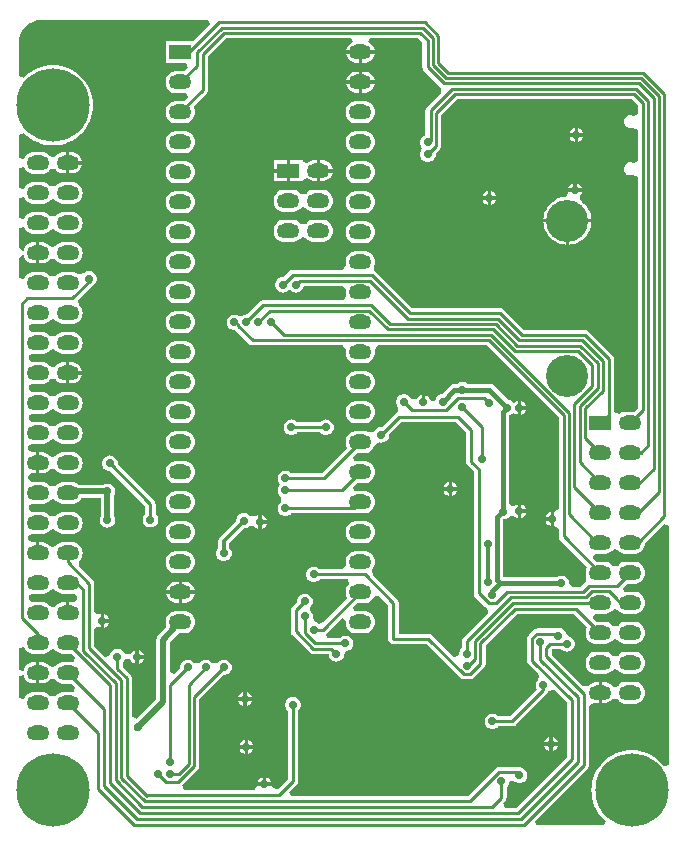
<source format=gbl>
G04 Layer_Physical_Order=2*
G04 Layer_Color=11436288*
%FSLAX25Y25*%
%MOIN*%
G70*
G01*
G75*
%ADD40C,0.01600*%
%ADD41C,0.01000*%
%ADD44C,0.01200*%
%ADD45C,0.02000*%
%ADD46O,0.07500X0.05000*%
%ADD47C,0.24410*%
%ADD48C,0.14000*%
%ADD49O,0.07500X0.05000*%
%ADD50R,0.07500X0.05000*%
%ADD51C,0.02800*%
G36*
X166422Y369847D02*
X160775Y364200D01*
X151550D01*
Y356800D01*
X158254D01*
X158875Y355300D01*
X157789Y354214D01*
X157750Y354218D01*
X155250D01*
X154525Y354147D01*
X153827Y353935D01*
X153184Y353591D01*
X152621Y353129D01*
X152159Y352566D01*
X151815Y351923D01*
X151603Y351225D01*
X151532Y350500D01*
X151603Y349775D01*
X151815Y349077D01*
X152159Y348434D01*
X152621Y347871D01*
X153184Y347409D01*
X153827Y347065D01*
X154525Y346853D01*
X155250Y346782D01*
X157750D01*
X158289Y346835D01*
X158633Y346454D01*
X159029Y345454D01*
X157789Y344214D01*
X157750Y344218D01*
X155250D01*
X154525Y344146D01*
X153827Y343935D01*
X153184Y343591D01*
X152621Y343129D01*
X152159Y342565D01*
X151815Y341923D01*
X151603Y341225D01*
X151532Y340500D01*
X151603Y339775D01*
X151815Y339077D01*
X152159Y338435D01*
X152621Y337871D01*
X153184Y337409D01*
X153827Y337065D01*
X154525Y336854D01*
X155250Y336782D01*
X157750D01*
X158475Y336854D01*
X159173Y337065D01*
X159816Y337409D01*
X160379Y337871D01*
X160841Y338435D01*
X161185Y339077D01*
X161397Y339775D01*
X161468Y340500D01*
X161397Y341225D01*
X161185Y341923D01*
X160893Y342468D01*
X165212Y346788D01*
X165295Y346895D01*
X165485Y347143D01*
X165585Y347385D01*
X165656Y347556D01*
X165685Y347778D01*
X165715Y348000D01*
Y359199D01*
X171701Y365185D01*
X213471D01*
X213904Y363749D01*
X213296Y363424D01*
X212763Y362987D01*
X212326Y362454D01*
X212001Y361846D01*
X211801Y361186D01*
X211792Y361100D01*
X221208D01*
X221199Y361186D01*
X220999Y361846D01*
X220674Y362454D01*
X220237Y362987D01*
X219704Y363424D01*
X219096Y363749D01*
X219529Y365185D01*
X235799D01*
X237185Y363799D01*
Y355509D01*
X237215Y355287D01*
X237244Y355065D01*
X237365Y354773D01*
X237415Y354651D01*
X237688Y354296D01*
X243096Y348888D01*
X243132Y348860D01*
X243272Y348653D01*
X243489Y347473D01*
X243495Y347277D01*
X243451Y347058D01*
X238688Y342295D01*
X238415Y341940D01*
X238365Y341818D01*
X238244Y341526D01*
X238215Y341304D01*
X238185Y341082D01*
Y332970D01*
X238000Y332914D01*
X237548Y332672D01*
X237153Y332347D01*
X236828Y331951D01*
X236586Y331500D01*
X236438Y331010D01*
X236387Y330500D01*
X236438Y329990D01*
X236586Y329500D01*
X236828Y329048D01*
X237082Y328500D01*
X236828Y327952D01*
X236586Y327500D01*
X236438Y327010D01*
X236387Y326500D01*
X236438Y325990D01*
X236586Y325500D01*
X236828Y325048D01*
X237153Y324653D01*
X237548Y324328D01*
X238000Y324086D01*
X238490Y323938D01*
X239000Y323887D01*
X239510Y323938D01*
X240000Y324086D01*
X240452Y324328D01*
X240847Y324653D01*
X241172Y325048D01*
X241414Y325500D01*
X241562Y325990D01*
X241613Y326500D01*
X241580Y326836D01*
X242913Y328169D01*
X243067Y328370D01*
X243185Y328524D01*
X243256Y328696D01*
X243356Y328938D01*
X243415Y329382D01*
Y339627D01*
X248573Y344785D01*
X307062D01*
X308905Y342942D01*
Y340200D01*
X308213Y339699D01*
X307405Y339378D01*
X307106Y339502D01*
X306535Y339577D01*
X305965Y339502D01*
X305434Y339282D01*
X304978Y338932D01*
X304627Y338476D01*
X304407Y337944D01*
X304332Y337374D01*
X304407Y336804D01*
X304627Y336272D01*
X304978Y335816D01*
X305434Y335466D01*
X305965Y335246D01*
X306535Y335171D01*
X307106Y335246D01*
X307405Y335370D01*
X308213Y335049D01*
X308905Y334548D01*
Y324452D01*
X308213Y323951D01*
X307405Y323630D01*
X307106Y323754D01*
X306535Y323829D01*
X305965Y323754D01*
X305434Y323534D01*
X304978Y323184D01*
X304627Y322728D01*
X304407Y322196D01*
X304332Y321626D01*
X304407Y321056D01*
X304627Y320524D01*
X304978Y320068D01*
X305434Y319718D01*
X305965Y319498D01*
X306535Y319423D01*
X307106Y319498D01*
X307405Y319622D01*
X308213Y319301D01*
X308905Y318800D01*
Y241830D01*
X307789Y240714D01*
X307750Y240718D01*
X305250D01*
X304525Y240647D01*
X303827Y240435D01*
X303185Y240091D01*
X302950Y239899D01*
X301842Y240253D01*
X301450Y240566D01*
Y240700D01*
X300915D01*
Y258346D01*
X300863Y258738D01*
X300856Y258789D01*
X300817Y258883D01*
X300685Y259203D01*
X300495Y259451D01*
X300412Y259558D01*
X292424Y267546D01*
X292069Y267819D01*
X291948Y267869D01*
X291655Y267990D01*
X291434Y268019D01*
X291212Y268049D01*
X270955D01*
X264291Y274712D01*
X263935Y274985D01*
X263522Y275156D01*
X263078Y275215D01*
X233756D01*
X221458Y287512D01*
X221118Y288021D01*
X221185Y289077D01*
X221396Y289775D01*
X221468Y290500D01*
X221396Y291225D01*
X221185Y291923D01*
X220841Y292565D01*
X220379Y293129D01*
X219815Y293591D01*
X219173Y293935D01*
X218475Y294146D01*
X217750Y294218D01*
X215250D01*
X214525Y294146D01*
X213827Y293935D01*
X213184Y293591D01*
X212621Y293129D01*
X212159Y292565D01*
X211815Y291923D01*
X211603Y291225D01*
X211532Y290500D01*
X211603Y289775D01*
X211682Y289515D01*
X211100Y288407D01*
X210682Y288015D01*
X194000D01*
X193778Y287985D01*
X193556Y287956D01*
X193385Y287885D01*
X193143Y287785D01*
X192895Y287595D01*
X192788Y287512D01*
X190871Y285596D01*
X190700Y285613D01*
X190190Y285562D01*
X189700Y285414D01*
X189249Y285172D01*
X188853Y284847D01*
X188528Y284452D01*
X188286Y284000D01*
X188138Y283510D01*
X188087Y283000D01*
X188138Y282490D01*
X188286Y282000D01*
X188528Y281549D01*
X188853Y281153D01*
X189249Y280828D01*
X189700Y280586D01*
X190190Y280438D01*
X190700Y280387D01*
X191210Y280438D01*
X191700Y280586D01*
X192151Y280828D01*
X192547Y281153D01*
X193153D01*
X193549Y280828D01*
X194000Y280586D01*
X194490Y280438D01*
X195000Y280387D01*
X195510Y280438D01*
X196000Y280586D01*
X196451Y280828D01*
X196847Y281153D01*
X197172Y281549D01*
X197414Y282000D01*
X197562Y282490D01*
X197572Y282585D01*
X210488D01*
X210614Y282522D01*
X211551Y281294D01*
X211590Y281085D01*
X211532Y280500D01*
X211603Y279775D01*
X211743Y279315D01*
X211404Y278571D01*
X210789Y277815D01*
X184100D01*
X183656Y277756D01*
X183414Y277656D01*
X183243Y277585D01*
X183089Y277467D01*
X182888Y277312D01*
X178671Y273096D01*
X178500Y273113D01*
X177990Y273062D01*
X177500Y272914D01*
X177049Y272672D01*
X176500Y272418D01*
X175952Y272672D01*
X175500Y272914D01*
X175010Y273062D01*
X174500Y273113D01*
X173990Y273062D01*
X173500Y272914D01*
X173048Y272672D01*
X172653Y272347D01*
X172328Y271952D01*
X172086Y271500D01*
X171938Y271010D01*
X171887Y270500D01*
X171938Y269990D01*
X172086Y269500D01*
X172328Y269049D01*
X172653Y268653D01*
X173048Y268328D01*
X173500Y268086D01*
X173990Y267938D01*
X174500Y267887D01*
X174836Y267920D01*
X179469Y263287D01*
X179824Y263015D01*
X180238Y262844D01*
X180682Y262785D01*
X210575D01*
X210839Y262602D01*
X211622Y261285D01*
X211603Y261225D01*
X211532Y260500D01*
X211603Y259775D01*
X211815Y259077D01*
X212159Y258435D01*
X212621Y257871D01*
X213184Y257409D01*
X213827Y257065D01*
X214525Y256854D01*
X215250Y256782D01*
X217750D01*
X218475Y256854D01*
X219173Y257065D01*
X219815Y257409D01*
X220379Y257871D01*
X220841Y258435D01*
X221185Y259077D01*
X221396Y259775D01*
X221468Y260500D01*
X221396Y261225D01*
X221378Y261285D01*
X222161Y262602D01*
X222425Y262785D01*
X258640D01*
X282535Y238890D01*
Y208334D01*
X282070Y207871D01*
X281100Y207379D01*
Y205000D01*
Y202622D01*
X282070Y202129D01*
X282535Y201666D01*
Y199250D01*
X282564Y199028D01*
X282594Y198806D01*
X282715Y198514D01*
X282765Y198393D01*
X283038Y198038D01*
X292107Y188968D01*
X291815Y188423D01*
X291603Y187725D01*
X291532Y187000D01*
X291603Y186275D01*
X291794Y185647D01*
X291815Y185567D01*
X291755Y184348D01*
X291388Y183812D01*
X289890Y182315D01*
X287425D01*
X287129Y182461D01*
X286113Y183500D01*
X286062Y184010D01*
X285914Y184500D01*
X285672Y184951D01*
X285347Y185347D01*
X284951Y185672D01*
X284500Y185914D01*
X284010Y186062D01*
X283500Y186113D01*
X282990Y186062D01*
X282500Y185914D01*
X282049Y185672D01*
X281860Y185517D01*
X264017D01*
Y203254D01*
X264146Y204742D01*
X264655Y204792D01*
X265146Y204941D01*
X265597Y205182D01*
X265993Y205507D01*
X266084Y205617D01*
X266427Y205750D01*
X267405Y205823D01*
X267597Y205809D01*
X267889Y205717D01*
X268160Y205495D01*
X268577Y205272D01*
X268900Y205174D01*
Y207500D01*
Y209826D01*
X268577Y209728D01*
X268160Y209505D01*
X267795Y209205D01*
X267498Y209125D01*
X266991Y209369D01*
X266017Y210355D01*
Y239440D01*
X266500Y239586D01*
X266951Y239828D01*
X267795Y240295D01*
X268160Y239995D01*
X268577Y239772D01*
X268900Y239674D01*
Y242000D01*
Y244326D01*
X268577Y244228D01*
X268160Y244005D01*
X267795Y243705D01*
X266951Y244172D01*
X266500Y244414D01*
X266010Y244562D01*
X265767Y244586D01*
X260926Y249426D01*
X260509Y249747D01*
X260022Y249949D01*
X259500Y250017D01*
X252140D01*
X251952Y250172D01*
X251500Y250414D01*
X251010Y250562D01*
X250500Y250613D01*
X249990Y250562D01*
X249500Y250414D01*
X249048Y250172D01*
X248653Y249847D01*
X248628Y249817D01*
X247800D01*
X247278Y249748D01*
X246791Y249547D01*
X246374Y249226D01*
X243734Y246586D01*
X243490Y246562D01*
X243000Y246414D01*
X242548Y246172D01*
X242153Y245847D01*
X241828Y245451D01*
X241586Y245000D01*
X241438Y244510D01*
X241403Y244160D01*
X239896D01*
X239865Y244471D01*
X239728Y244923D01*
X239505Y245340D01*
X239205Y245705D01*
X238840Y246005D01*
X238423Y246228D01*
X238100Y246326D01*
Y244000D01*
X236900D01*
Y246326D01*
X236577Y246228D01*
X236160Y246005D01*
X235795Y245705D01*
X235495Y245340D01*
X235272Y244923D01*
X233707Y244824D01*
X233424Y244959D01*
X233359Y245033D01*
X233148Y245427D01*
X232823Y245823D01*
X232427Y246148D01*
X231975Y246389D01*
X231485Y246538D01*
X230976Y246588D01*
X230466Y246538D01*
X229976Y246389D01*
X229524Y246148D01*
X229128Y245823D01*
X228803Y245427D01*
X228562Y244975D01*
X228413Y244485D01*
X228363Y243976D01*
X228413Y243466D01*
X228562Y242976D01*
X228803Y242524D01*
X229128Y242128D01*
X229096Y241468D01*
X228983Y240994D01*
X228901Y240758D01*
X228770Y240538D01*
X228643Y240485D01*
X228395Y240295D01*
X228288Y240212D01*
X223671Y235596D01*
X223500Y235613D01*
X222990Y235562D01*
X222500Y235414D01*
X222048Y235172D01*
X221653Y234847D01*
X221328Y234452D01*
X221268Y234340D01*
X220392Y233888D01*
X219545Y233752D01*
X219500Y233760D01*
X219173Y233935D01*
X218475Y234146D01*
X217750Y234218D01*
X215250D01*
X214525Y234146D01*
X213827Y233935D01*
X213184Y233591D01*
X212621Y233129D01*
X212159Y232565D01*
X211815Y231923D01*
X211603Y231225D01*
X211532Y230500D01*
X211603Y229775D01*
X211815Y229077D01*
X212107Y228532D01*
X203790Y220215D01*
X193456D01*
X193347Y220347D01*
X192952Y220672D01*
X192500Y220914D01*
X192010Y221062D01*
X191500Y221113D01*
X190990Y221062D01*
X190500Y220914D01*
X190049Y220672D01*
X189653Y220347D01*
X189328Y219952D01*
X189086Y219500D01*
X188938Y219010D01*
X188887Y218500D01*
X188938Y217990D01*
X189086Y217500D01*
X189328Y217049D01*
X189582Y216500D01*
X189328Y215951D01*
X189086Y215500D01*
X188938Y215010D01*
X188887Y214500D01*
X188938Y213990D01*
X189086Y213500D01*
X189328Y213049D01*
X189653Y212653D01*
X190049Y212328D01*
X190153Y212001D01*
Y210999D01*
X190049Y210672D01*
X189653Y210347D01*
X189328Y209951D01*
X189086Y209500D01*
X188938Y209010D01*
X188887Y208500D01*
X188938Y207990D01*
X189086Y207500D01*
X189328Y207049D01*
X189653Y206653D01*
X190049Y206328D01*
X190500Y206086D01*
X190990Y205938D01*
X191500Y205887D01*
X192010Y205938D01*
X192500Y206086D01*
X192952Y206328D01*
X193347Y206653D01*
X193456Y206785D01*
X214500D01*
X214722Y206815D01*
X214807Y206826D01*
X215250Y206782D01*
X217750D01*
X218475Y206854D01*
X219173Y207065D01*
X219815Y207409D01*
X220379Y207871D01*
X220841Y208435D01*
X221185Y209077D01*
X221396Y209775D01*
X221468Y210500D01*
X221396Y211225D01*
X221185Y211923D01*
X220841Y212565D01*
X220379Y213129D01*
X219815Y213591D01*
X219173Y213935D01*
X218475Y214146D01*
X217750Y214218D01*
X215250D01*
X214711Y214165D01*
X214367Y214546D01*
X213971Y215546D01*
X215211Y216786D01*
X215250Y216782D01*
X217750D01*
X218475Y216853D01*
X219173Y217065D01*
X219815Y217409D01*
X220379Y217871D01*
X220841Y218435D01*
X221185Y219077D01*
X221396Y219775D01*
X221468Y220500D01*
X221396Y221225D01*
X221185Y221923D01*
X220841Y222566D01*
X220379Y223129D01*
X219815Y223591D01*
X219173Y223935D01*
X218475Y224147D01*
X217750Y224218D01*
X215250D01*
X214711Y224165D01*
X214367Y224546D01*
X213971Y225546D01*
X215211Y226786D01*
X215250Y226782D01*
X217750D01*
X218475Y226853D01*
X219173Y227065D01*
X219815Y227409D01*
X220379Y227871D01*
X220841Y228434D01*
X221185Y229077D01*
X221322Y229529D01*
X221792Y229950D01*
X222929Y230456D01*
X222990Y230438D01*
X223500Y230387D01*
X224010Y230438D01*
X224500Y230586D01*
X224952Y230828D01*
X225347Y231153D01*
X225672Y231549D01*
X225914Y232000D01*
X226062Y232490D01*
X226113Y233000D01*
X226096Y233171D01*
X230210Y237285D01*
X248290D01*
X251785Y233790D01*
Y224000D01*
X251815Y223778D01*
X251844Y223556D01*
X251965Y223264D01*
X252015Y223143D01*
X252288Y222788D01*
X254285Y220790D01*
Y180182D01*
X254314Y179960D01*
X254344Y179738D01*
X254465Y179445D01*
X254515Y179324D01*
X254788Y178969D01*
X258169Y175587D01*
X258524Y175315D01*
X258633Y175270D01*
X259024Y174299D01*
X259094Y173610D01*
X250788Y165304D01*
X250515Y164948D01*
X250465Y164827D01*
X250344Y164535D01*
X250314Y164313D01*
X250285Y164091D01*
Y161956D01*
X250153Y161847D01*
X249828Y161451D01*
X249586Y161000D01*
X249438Y160510D01*
X249387Y160000D01*
X249438Y159490D01*
X248075Y158816D01*
X247838Y158768D01*
X240394Y166212D01*
X240039Y166485D01*
X239625Y166656D01*
X239182Y166715D01*
X229215D01*
Y177000D01*
X229156Y177444D01*
X228985Y177857D01*
X228867Y178012D01*
X228713Y178212D01*
X220697Y186228D01*
X220379Y187871D01*
X220841Y188434D01*
X221185Y189077D01*
X221396Y189775D01*
X221468Y190500D01*
X221396Y191225D01*
X221185Y191923D01*
X220841Y192566D01*
X220379Y193129D01*
X219815Y193591D01*
X219173Y193935D01*
X218475Y194147D01*
X217750Y194218D01*
X215250D01*
X214525Y194147D01*
X213827Y193935D01*
X213184Y193591D01*
X212621Y193129D01*
X212159Y192566D01*
X211815Y191923D01*
X211603Y191225D01*
X211532Y190500D01*
X211603Y189775D01*
X211622Y189715D01*
X210839Y188398D01*
X210575Y188215D01*
X202956D01*
X202847Y188347D01*
X202451Y188672D01*
X202000Y188914D01*
X201510Y189062D01*
X201000Y189113D01*
X200490Y189062D01*
X200000Y188914D01*
X199548Y188672D01*
X199153Y188347D01*
X198828Y187952D01*
X198586Y187500D01*
X198438Y187010D01*
X198387Y186500D01*
X198438Y185990D01*
X198586Y185500D01*
X198828Y185048D01*
X199153Y184653D01*
X199548Y184328D01*
X200000Y184086D01*
X200490Y183938D01*
X201000Y183887D01*
X201510Y183938D01*
X202000Y184086D01*
X202451Y184328D01*
X202847Y184653D01*
X202956Y184785D01*
X212347D01*
X212812Y183285D01*
X212621Y183129D01*
X212159Y182566D01*
X211815Y181923D01*
X211603Y181225D01*
X211532Y180500D01*
X211603Y179775D01*
X211815Y179077D01*
X212107Y178532D01*
X204145Y170570D01*
X202847Y169847D01*
X202451Y170172D01*
X202000Y170414D01*
X201599Y170535D01*
X201444Y170618D01*
X201363Y170688D01*
X200623Y171799D01*
X200584Y171923D01*
X200571Y172078D01*
X200613Y172500D01*
X200562Y173010D01*
X200414Y173500D01*
X200172Y173951D01*
X200138Y173994D01*
X199847Y174558D01*
Y175442D01*
X200138Y176006D01*
X200172Y176049D01*
X200414Y176500D01*
X200562Y176990D01*
X200613Y177500D01*
X200562Y178010D01*
X200414Y178500D01*
X200172Y178952D01*
X199847Y179347D01*
X199451Y179672D01*
X199000Y179914D01*
X198510Y180062D01*
X198000Y180113D01*
X197490Y180062D01*
X197000Y179914D01*
X196548Y179672D01*
X196153Y179347D01*
X195828Y178952D01*
X195586Y178500D01*
X195438Y178010D01*
X195387Y177500D01*
X195404Y177329D01*
X193788Y175712D01*
X193515Y175357D01*
X193465Y175236D01*
X193344Y174944D01*
X193315Y174722D01*
X193285Y174500D01*
Y167454D01*
X193315Y167233D01*
X193344Y167011D01*
X193465Y166718D01*
X193515Y166597D01*
X193788Y166242D01*
X199542Y160488D01*
X199720Y160351D01*
X199897Y160215D01*
X200311Y160044D01*
X200754Y159985D01*
X205889D01*
X205938Y159490D01*
X206086Y159000D01*
X206328Y158548D01*
X206653Y158153D01*
X207049Y157828D01*
X207500Y157586D01*
X207990Y157438D01*
X208500Y157387D01*
X209010Y157438D01*
X209500Y157586D01*
X209951Y157828D01*
X210347Y158153D01*
X210469Y158301D01*
X210672Y158548D01*
X210672Y158549D01*
X210914Y159000D01*
X210914Y159001D01*
X211062Y159490D01*
X211066Y159530D01*
X211069Y159553D01*
X211069D01*
X211693Y160794D01*
X212010Y160938D01*
X212500Y161086D01*
X212951Y161328D01*
X213347Y161653D01*
X213672Y162048D01*
X213914Y162500D01*
X214062Y162990D01*
X214113Y163500D01*
X214062Y164010D01*
X213914Y164500D01*
X213672Y164952D01*
X213347Y165347D01*
X212951Y165672D01*
X212500Y165914D01*
X212010Y166062D01*
X211500Y166113D01*
X210990Y166062D01*
X210500Y165914D01*
X210049Y165672D01*
X209653Y165347D01*
X209544Y165215D01*
X205517D01*
X205285Y165671D01*
X205118Y166715D01*
X205212Y166788D01*
X210204Y171779D01*
X211204Y171384D01*
X211585Y171039D01*
X211532Y170500D01*
X211603Y169775D01*
X211815Y169077D01*
X212159Y168434D01*
X212621Y167871D01*
X213184Y167409D01*
X213827Y167065D01*
X214525Y166853D01*
X215250Y166782D01*
X217750D01*
X218475Y166853D01*
X219173Y167065D01*
X219815Y167409D01*
X220379Y167871D01*
X220841Y168434D01*
X221185Y169077D01*
X221396Y169775D01*
X221468Y170500D01*
X221396Y171225D01*
X221185Y171923D01*
X220841Y172566D01*
X220379Y173129D01*
X219815Y173591D01*
X219173Y173935D01*
X218475Y174146D01*
X217750Y174218D01*
X215250D01*
X214711Y174165D01*
X214367Y174546D01*
X213971Y175546D01*
X215211Y176786D01*
X215250Y176782D01*
X217750D01*
X218475Y176854D01*
X219173Y177065D01*
X219815Y177409D01*
X220379Y177871D01*
X220841Y178434D01*
X221077Y178876D01*
X221792Y179148D01*
X222810Y179266D01*
X225785Y176290D01*
Y165000D01*
X225844Y164556D01*
X226015Y164143D01*
X226288Y163788D01*
X226643Y163515D01*
X227056Y163344D01*
X227500Y163285D01*
X238471D01*
X249669Y152087D01*
X250024Y151815D01*
X250438Y151644D01*
X250882Y151585D01*
X253118D01*
X253562Y151644D01*
X253976Y151815D01*
X254331Y152088D01*
X257713Y155469D01*
X257867Y155670D01*
X257985Y155824D01*
X258035Y155945D01*
X258156Y156238D01*
X258215Y156682D01*
Y162790D01*
X268710Y173285D01*
X287790D01*
X292107Y168968D01*
X291815Y168423D01*
X291603Y167725D01*
X291532Y167000D01*
X291603Y166275D01*
X291815Y165577D01*
X292159Y164934D01*
X292621Y164371D01*
X293184Y163909D01*
X293827Y163565D01*
X294525Y163354D01*
X295250Y163282D01*
X297750D01*
X298475Y163354D01*
X299173Y163565D01*
X299816Y163909D01*
X300379Y164371D01*
X300609Y164652D01*
X301500Y164814D01*
X302391Y164652D01*
X302621Y164371D01*
X303185Y163909D01*
X303827Y163565D01*
X304525Y163354D01*
X305250Y163282D01*
X307750D01*
X308475Y163354D01*
X309173Y163565D01*
X309816Y163909D01*
X310379Y164371D01*
X310841Y164934D01*
X311185Y165577D01*
X311397Y166275D01*
X311468Y167000D01*
X311397Y167725D01*
X311185Y168423D01*
X310841Y169066D01*
X310379Y169629D01*
X309816Y170091D01*
X309173Y170435D01*
X308475Y170647D01*
X307750Y170718D01*
X305250D01*
X304525Y170647D01*
X303827Y170435D01*
X303185Y170091D01*
X302621Y169629D01*
X302391Y169349D01*
X301500Y169186D01*
X300609Y169349D01*
X300379Y169629D01*
X299816Y170091D01*
X299173Y170435D01*
X298475Y170647D01*
X297750Y170718D01*
X295250D01*
X295211Y170714D01*
X293971Y171954D01*
X294367Y172954D01*
X294711Y173335D01*
X295250Y173282D01*
X297750D01*
X298475Y173354D01*
X299173Y173565D01*
X299816Y173909D01*
X300379Y174371D01*
X300609Y174652D01*
X301500Y174814D01*
X302391Y174652D01*
X302621Y174371D01*
X303185Y173909D01*
X303827Y173565D01*
X304525Y173354D01*
X305250Y173282D01*
X307750D01*
X308475Y173354D01*
X309173Y173565D01*
X309816Y173909D01*
X310379Y174371D01*
X310841Y174934D01*
X311185Y175577D01*
X311397Y176275D01*
X311468Y177000D01*
X311397Y177725D01*
X311185Y178423D01*
X310841Y179066D01*
X310379Y179629D01*
X309816Y180091D01*
X309173Y180435D01*
X308475Y180647D01*
X307750Y180718D01*
X305250D01*
X304711Y180665D01*
X304366Y181046D01*
X303971Y182046D01*
X305211Y183286D01*
X305250Y183282D01*
X307750D01*
X308475Y183353D01*
X309173Y183565D01*
X309816Y183909D01*
X310379Y184371D01*
X310841Y184934D01*
X311185Y185577D01*
X311397Y186275D01*
X311468Y187000D01*
X311397Y187725D01*
X311185Y188423D01*
X310841Y189066D01*
X310379Y189629D01*
X309816Y190091D01*
X309173Y190435D01*
X308475Y190647D01*
X307750Y190718D01*
X305250D01*
X304525Y190647D01*
X303827Y190435D01*
X303185Y190091D01*
X302621Y189629D01*
X302391Y189348D01*
X301500Y189186D01*
X300609Y189348D01*
X300379Y189629D01*
X299816Y190091D01*
X299173Y190435D01*
X298475Y190647D01*
X297750Y190718D01*
X295250D01*
X295211Y190714D01*
X293971Y191954D01*
X294367Y192954D01*
X294711Y193335D01*
X295250Y193282D01*
X297750D01*
X298475Y193353D01*
X299173Y193565D01*
X299816Y193909D01*
X300379Y194371D01*
X300609Y194651D01*
X301500Y194814D01*
X302391Y194651D01*
X302621Y194371D01*
X303185Y193909D01*
X303827Y193565D01*
X304525Y193353D01*
X305250Y193282D01*
X307750D01*
X308475Y193353D01*
X309173Y193565D01*
X309816Y193909D01*
X310379Y194371D01*
X310841Y194934D01*
X311185Y195577D01*
X311397Y196275D01*
X311468Y197000D01*
X311464Y197039D01*
X317733Y203308D01*
X319233Y202687D01*
Y122909D01*
X317733Y122414D01*
X317288Y123014D01*
X316403Y123990D01*
X315427Y124874D01*
X314370Y125659D01*
X313240Y126336D01*
X312049Y126899D01*
X310809Y127343D01*
X309532Y127663D01*
X308229Y127856D01*
X306913Y127921D01*
X305598Y127856D01*
X304295Y127663D01*
X303017Y127343D01*
X301777Y126899D01*
X300587Y126336D01*
X299457Y125659D01*
X298399Y124874D01*
X297423Y123990D01*
X296539Y123014D01*
X295754Y121956D01*
X295077Y120827D01*
X294514Y119636D01*
X294070Y118396D01*
X293750Y117118D01*
X293557Y115815D01*
X293493Y114500D01*
X293557Y113184D01*
X293750Y111882D01*
X294070Y110604D01*
X294514Y109364D01*
X295077Y108173D01*
X295754Y107044D01*
X296539Y105986D01*
X297423Y105010D01*
X298243Y104267D01*
X298182Y103696D01*
X297713Y102767D01*
X275152D01*
X274578Y104153D01*
X292212Y121788D01*
X292295Y121895D01*
X292485Y122143D01*
X292617Y122462D01*
X292656Y122556D01*
X292663Y122608D01*
X292715Y123000D01*
Y142686D01*
X293315Y143223D01*
X294215Y143657D01*
X294564Y143551D01*
X295250Y143483D01*
X295900D01*
Y147000D01*
Y150517D01*
X295250D01*
X294564Y150449D01*
X293904Y150249D01*
X293296Y149924D01*
X292763Y149487D01*
X292671Y149375D01*
X291287Y149102D01*
X290745Y149179D01*
X280241Y159684D01*
Y161316D01*
X280510Y161585D01*
X283344D01*
X283453Y161453D01*
X283849Y161128D01*
X284300Y160886D01*
X284790Y160738D01*
X285300Y160687D01*
X285810Y160738D01*
X286300Y160886D01*
X286752Y161128D01*
X287147Y161453D01*
X287472Y161848D01*
X287714Y162300D01*
X287862Y162790D01*
X287913Y163300D01*
X287862Y163810D01*
X287714Y164300D01*
X287472Y164752D01*
X287147Y165147D01*
X287048Y165229D01*
X286752Y165472D01*
X286751Y165472D01*
X286300Y165714D01*
X285810Y165862D01*
Y165862D01*
X285810D01*
X284916Y166992D01*
X284914Y167000D01*
X284672Y167452D01*
X284347Y167847D01*
X283951Y168172D01*
X283500Y168414D01*
X283010Y168562D01*
X282500Y168613D01*
X281990Y168562D01*
X281503Y168415D01*
X275382D01*
X275160Y168385D01*
X274938Y168356D01*
X274645Y168235D01*
X274524Y168185D01*
X274169Y167912D01*
X272588Y166331D01*
X272315Y165976D01*
X272265Y165855D01*
X272144Y165562D01*
X272114Y165340D01*
X272085Y165118D01*
Y157700D01*
X272115Y157478D01*
X272144Y157256D01*
X272265Y156964D01*
X272315Y156843D01*
X272588Y156488D01*
X275834Y153241D01*
X275906Y152717D01*
X275653Y151347D01*
X275328Y150952D01*
X275086Y150500D01*
X274938Y150010D01*
X274887Y149500D01*
X274938Y148990D01*
X275086Y148500D01*
X275257Y148181D01*
X266290Y139215D01*
X262456D01*
X262347Y139347D01*
X261951Y139672D01*
X261500Y139914D01*
X261010Y140062D01*
X260500Y140113D01*
X259990Y140062D01*
X259500Y139914D01*
X259049Y139672D01*
X258653Y139347D01*
X258328Y138952D01*
X258086Y138500D01*
X257938Y138010D01*
X257887Y137500D01*
X257938Y136990D01*
X258086Y136500D01*
X258328Y136048D01*
X258653Y135653D01*
X259049Y135328D01*
X259500Y135086D01*
X259990Y134938D01*
X260500Y134887D01*
X261010Y134938D01*
X261500Y135086D01*
X261951Y135328D01*
X262347Y135653D01*
X262456Y135785D01*
X267000D01*
X267222Y135814D01*
X267444Y135844D01*
X267736Y135965D01*
X267857Y136015D01*
X268212Y136288D01*
X278712Y146788D01*
X278795Y146895D01*
X278985Y147143D01*
X279085Y147385D01*
X279118Y147465D01*
X279347Y147653D01*
X280717Y147906D01*
X281241Y147834D01*
X285285Y143790D01*
Y125710D01*
X268290Y108715D01*
X264599D01*
X264025Y110100D01*
X264712Y110787D01*
X264795Y110895D01*
X264985Y111143D01*
X265085Y111385D01*
X265156Y111556D01*
X265185Y111778D01*
X265215Y112000D01*
Y115544D01*
X265347Y115653D01*
X265672Y116049D01*
X265914Y116500D01*
X266062Y116990D01*
X266090Y117271D01*
X266406Y117470D01*
X266659Y117580D01*
X267598Y117719D01*
X267653Y117653D01*
X268049Y117328D01*
X268500Y117086D01*
X268990Y116938D01*
X269500Y116887D01*
X270010Y116938D01*
X270500Y117086D01*
X270952Y117328D01*
X271347Y117653D01*
X271672Y118049D01*
X271914Y118500D01*
X272062Y118990D01*
X272113Y119500D01*
X272062Y120010D01*
X271914Y120500D01*
X271672Y120951D01*
X271347Y121347D01*
X270952Y121672D01*
X270500Y121914D01*
X270418Y121939D01*
X270357Y121985D01*
X269944Y122156D01*
X269500Y122215D01*
X262682D01*
X262460Y122186D01*
X262238Y122156D01*
X262031Y122071D01*
X261824Y121985D01*
X261623Y121831D01*
X261469Y121712D01*
X252271Y112515D01*
X193399D01*
X192825Y113900D01*
X195212Y116288D01*
X195295Y116395D01*
X195485Y116643D01*
X195585Y116885D01*
X195656Y117056D01*
X195686Y117278D01*
X195715Y117500D01*
Y141044D01*
X195847Y141153D01*
X196172Y141549D01*
X196414Y142000D01*
X196562Y142490D01*
X196613Y143000D01*
X196562Y143510D01*
X196414Y144000D01*
X196172Y144451D01*
X195847Y144847D01*
X195451Y145172D01*
X195000Y145414D01*
X194510Y145562D01*
X194000Y145613D01*
X193490Y145562D01*
X193000Y145414D01*
X192549Y145172D01*
X192153Y144847D01*
X191828Y144451D01*
X191586Y144000D01*
X191438Y143510D01*
X191387Y143000D01*
X191438Y142490D01*
X191586Y142000D01*
X191828Y141549D01*
X192153Y141153D01*
X192285Y141044D01*
Y118210D01*
X189067Y114992D01*
X187481Y115176D01*
X186980Y115870D01*
X186972Y115900D01*
X182028D01*
X182020Y115870D01*
X181343Y114931D01*
X181032Y114715D01*
X157718D01*
X157231Y115705D01*
X157170Y116215D01*
X162213Y121257D01*
X162367Y121458D01*
X162485Y121613D01*
X162656Y122026D01*
X162715Y122470D01*
Y144790D01*
X170829Y152904D01*
X171000Y152887D01*
X171510Y152938D01*
X172000Y153086D01*
X172451Y153328D01*
X172847Y153653D01*
X173172Y154049D01*
X173414Y154500D01*
X173562Y154990D01*
X173613Y155500D01*
X173562Y156010D01*
X173414Y156500D01*
X173172Y156951D01*
X172847Y157347D01*
X172451Y157672D01*
X172000Y157914D01*
X171510Y158062D01*
X171000Y158113D01*
X170490Y158062D01*
X170000Y157914D01*
X169548Y157672D01*
X169153Y157347D01*
X168828Y156951D01*
X168501Y156847D01*
X167499D01*
X167172Y156951D01*
X166847Y157347D01*
X166452Y157672D01*
X166000Y157914D01*
X165510Y158062D01*
X165000Y158113D01*
X164490Y158062D01*
X164000Y157914D01*
X163549Y157672D01*
X163153Y157347D01*
X162828Y156951D01*
X162501Y156847D01*
X161499D01*
X161172Y156951D01*
X160847Y157347D01*
X160451Y157672D01*
X160000Y157914D01*
X159510Y158062D01*
X159000Y158113D01*
X158490Y158062D01*
X158000Y157914D01*
X157548Y157672D01*
X157153Y157347D01*
X156828Y156951D01*
X156586Y156500D01*
X156438Y156010D01*
X156387Y155500D01*
X156404Y155329D01*
X154305Y153230D01*
X152919Y153804D01*
Y163781D01*
X155920Y166782D01*
X157750D01*
X158475Y166853D01*
X159173Y167065D01*
X159816Y167409D01*
X160379Y167871D01*
X160841Y168434D01*
X161185Y169077D01*
X161397Y169775D01*
X161468Y170500D01*
X161397Y171225D01*
X161185Y171923D01*
X160841Y172566D01*
X160379Y173129D01*
X159816Y173591D01*
X159173Y173935D01*
X158475Y174146D01*
X157750Y174218D01*
X155250D01*
X154525Y174146D01*
X153827Y173935D01*
X153184Y173591D01*
X152621Y173129D01*
X152159Y172566D01*
X151815Y171923D01*
X151603Y171225D01*
X151532Y170500D01*
X151603Y169775D01*
X151815Y169077D01*
X151858Y168996D01*
X149131Y166269D01*
X148778Y165810D01*
X148557Y165274D01*
X148481Y164700D01*
X148481Y164700D01*
Y144926D01*
X141916Y138362D01*
X140547Y138820D01*
X140315Y139145D01*
Y151863D01*
X140286Y152085D01*
X140256Y152307D01*
X140185Y152478D01*
X140085Y152720D01*
X139895Y152968D01*
X139812Y153075D01*
X137274Y155614D01*
X137319Y157130D01*
X137347Y157153D01*
X137672Y157548D01*
X137798Y157783D01*
X137873Y157925D01*
X137914Y158000D01*
X137919Y158008D01*
X137920Y158009D01*
X137980Y158092D01*
X139694Y158167D01*
X139811Y158004D01*
X139858Y157916D01*
X139924Y157792D01*
X139995Y157660D01*
X140295Y157295D01*
X140660Y156995D01*
X141077Y156772D01*
X141400Y156674D01*
Y159000D01*
Y161326D01*
X141077Y161228D01*
X140660Y161005D01*
X140295Y160705D01*
X139995Y160340D01*
X139924Y160208D01*
X139858Y160084D01*
X139811Y159995D01*
X139694Y159833D01*
X137980Y159908D01*
X137920Y159992D01*
X137919Y159992D01*
X137914Y160000D01*
X137873Y160075D01*
X137798Y160216D01*
X137672Y160451D01*
X137347Y160847D01*
X136951Y161172D01*
X136500Y161414D01*
X136010Y161562D01*
X135500Y161613D01*
X134990Y161562D01*
X134500Y161414D01*
X134048Y161172D01*
X133653Y160847D01*
X133328Y160451D01*
X133086Y160000D01*
X132938Y159510D01*
X131654Y158938D01*
X131417Y158925D01*
X127786Y162556D01*
Y168242D01*
X128747Y168769D01*
X129286Y168928D01*
X129577Y168772D01*
X129900Y168674D01*
Y171000D01*
Y173326D01*
X129577Y173228D01*
X129286Y173072D01*
X128747Y173231D01*
X127786Y173758D01*
Y183379D01*
X127727Y183823D01*
X127556Y184236D01*
X127438Y184390D01*
X127284Y184591D01*
X122663Y189212D01*
X122800Y190993D01*
X123263Y191556D01*
X123606Y192199D01*
X123818Y192897D01*
X123889Y193622D01*
X123818Y194347D01*
X123606Y195045D01*
X123263Y195688D01*
X122800Y196251D01*
X122237Y196713D01*
X121594Y197057D01*
X120896Y197268D01*
X120171Y197340D01*
X117671D01*
X116946Y197268D01*
X116248Y197057D01*
X115606Y196713D01*
X115042Y196251D01*
X114675Y195803D01*
X113834Y195680D01*
X112928Y195780D01*
X112658Y196109D01*
X112125Y196546D01*
X111517Y196871D01*
X110857Y197071D01*
X110171Y197139D01*
X109521D01*
Y193622D01*
X108321D01*
Y197139D01*
X107671D01*
X106985Y197071D01*
X105803Y197945D01*
X105696Y198426D01*
X105813Y199081D01*
X106946Y199976D01*
X107671Y199904D01*
X110171D01*
X110897Y199976D01*
X111594Y200187D01*
X112237Y200531D01*
X112800Y200993D01*
X113030Y201273D01*
X113921Y201436D01*
X114812Y201273D01*
X115042Y200993D01*
X115606Y200531D01*
X116248Y200187D01*
X116946Y199976D01*
X117671Y199904D01*
X120171D01*
X120896Y199976D01*
X121594Y200187D01*
X122237Y200531D01*
X122800Y200993D01*
X123263Y201556D01*
X123606Y202199D01*
X123818Y202897D01*
X123889Y203622D01*
X123818Y204347D01*
X123606Y205045D01*
X123263Y205688D01*
X122800Y206251D01*
X122237Y206713D01*
X121594Y207057D01*
X120896Y207269D01*
X120171Y207340D01*
X117671D01*
X116946Y207269D01*
X116248Y207057D01*
X115606Y206713D01*
X115042Y206251D01*
X114812Y205971D01*
X113921Y205808D01*
X113030Y205971D01*
X112800Y206251D01*
X112237Y206713D01*
X111594Y207057D01*
X110897Y207269D01*
X110171Y207340D01*
X107671D01*
X106946Y207269D01*
X106886Y207250D01*
X106066Y207737D01*
X105869Y208322D01*
Y208922D01*
X106066Y209507D01*
X106886Y209994D01*
X106946Y209976D01*
X107671Y209904D01*
X110171D01*
X110897Y209976D01*
X111594Y210187D01*
X112237Y210531D01*
X112800Y210993D01*
X113030Y211274D01*
X113921Y211436D01*
X114812Y211274D01*
X115042Y210993D01*
X115606Y210531D01*
X116248Y210187D01*
X116946Y209976D01*
X117671Y209904D01*
X120171D01*
X120896Y209976D01*
X121594Y210187D01*
X122237Y210531D01*
X122800Y210993D01*
X123263Y211556D01*
X123459Y211925D01*
X129925D01*
Y206008D01*
X129730Y205644D01*
X129581Y205153D01*
X129531Y204644D01*
X129581Y204134D01*
X129730Y203644D01*
X129971Y203192D01*
X130296Y202796D01*
X130692Y202471D01*
X131144Y202230D01*
X131634Y202081D01*
X132144Y202031D01*
X132653Y202081D01*
X133143Y202230D01*
X133595Y202471D01*
X133991Y202796D01*
X134316Y203192D01*
X134557Y203644D01*
X134706Y204134D01*
X134756Y204644D01*
X134706Y205153D01*
X134557Y205644D01*
X134363Y206008D01*
Y212780D01*
X134557Y213144D01*
X134706Y213634D01*
X134756Y214144D01*
X134706Y214653D01*
X134557Y215143D01*
X134316Y215595D01*
X133991Y215991D01*
X133595Y216316D01*
X133143Y216557D01*
X132653Y216706D01*
X132144Y216756D01*
X131634Y216706D01*
X131144Y216557D01*
X130780Y216363D01*
X122664D01*
X122237Y216713D01*
X121594Y217057D01*
X120896Y217268D01*
X120171Y217340D01*
X117671D01*
X116946Y217268D01*
X116248Y217057D01*
X115606Y216713D01*
X115042Y216251D01*
X114812Y215970D01*
X113921Y215808D01*
X113030Y215970D01*
X112800Y216251D01*
X112237Y216713D01*
X111594Y217057D01*
X110897Y217268D01*
X110171Y217340D01*
X107671D01*
X106946Y217268D01*
X105813Y218163D01*
X105696Y218818D01*
X105803Y219299D01*
X106985Y220173D01*
X107671Y220105D01*
X108321D01*
Y223622D01*
Y227139D01*
X107671D01*
X106985Y227071D01*
X105803Y227945D01*
X105696Y228426D01*
X105813Y229081D01*
X106946Y229976D01*
X107671Y229904D01*
X110171D01*
X110897Y229976D01*
X111594Y230187D01*
X112237Y230531D01*
X112800Y230993D01*
X113030Y231274D01*
X113921Y231436D01*
X114812Y231274D01*
X115042Y230993D01*
X115606Y230531D01*
X116248Y230187D01*
X116946Y229976D01*
X117671Y229904D01*
X120171D01*
X120896Y229976D01*
X121594Y230187D01*
X122237Y230531D01*
X122800Y230993D01*
X123263Y231556D01*
X123606Y232199D01*
X123818Y232897D01*
X123889Y233622D01*
X123818Y234347D01*
X123606Y235045D01*
X123263Y235688D01*
X122800Y236251D01*
X122237Y236713D01*
X121594Y237057D01*
X120896Y237268D01*
X120171Y237340D01*
X117671D01*
X116946Y237268D01*
X116248Y237057D01*
X115606Y236713D01*
X115042Y236251D01*
X114812Y235970D01*
X113921Y235808D01*
X113030Y235970D01*
X112800Y236251D01*
X112237Y236713D01*
X111594Y237057D01*
X110897Y237268D01*
X110171Y237340D01*
X107671D01*
X106946Y237268D01*
X106886Y237250D01*
X106066Y237737D01*
X105869Y238322D01*
Y238922D01*
X106066Y239507D01*
X106886Y239994D01*
X106946Y239976D01*
X107671Y239904D01*
X110171D01*
X110897Y239976D01*
X111594Y240187D01*
X112237Y240531D01*
X112800Y240993D01*
X113030Y241273D01*
X113921Y241436D01*
X114812Y241273D01*
X115042Y240993D01*
X115606Y240531D01*
X116248Y240187D01*
X116946Y239976D01*
X117671Y239904D01*
X120171D01*
X120896Y239976D01*
X121594Y240187D01*
X122237Y240531D01*
X122800Y240993D01*
X123263Y241556D01*
X123606Y242199D01*
X123818Y242897D01*
X123889Y243622D01*
X123818Y244347D01*
X123606Y245045D01*
X123263Y245688D01*
X122800Y246251D01*
X122237Y246713D01*
X121594Y247057D01*
X120896Y247269D01*
X120171Y247340D01*
X117671D01*
X116946Y247269D01*
X116248Y247057D01*
X115606Y246713D01*
X115042Y246251D01*
X114812Y245971D01*
X113921Y245808D01*
X113030Y245971D01*
X112800Y246251D01*
X112237Y246713D01*
X111594Y247057D01*
X110897Y247269D01*
X110171Y247340D01*
X107671D01*
X106946Y247269D01*
X106886Y247250D01*
X106066Y247737D01*
X105869Y248322D01*
Y248922D01*
X106066Y249507D01*
X106886Y249994D01*
X106946Y249975D01*
X107671Y249904D01*
X110171D01*
X110897Y249975D01*
X111594Y250187D01*
X112237Y250531D01*
X112800Y250993D01*
X113168Y251441D01*
X114008Y251564D01*
X114914Y251464D01*
X115184Y251135D01*
X115717Y250698D01*
X116325Y250373D01*
X116985Y250173D01*
X117671Y250105D01*
X118321D01*
Y253622D01*
Y257139D01*
X117671D01*
X116985Y257071D01*
X116325Y256871D01*
X115717Y256546D01*
X115184Y256109D01*
X114914Y255780D01*
X114008Y255680D01*
X113168Y255803D01*
X112800Y256251D01*
X112237Y256713D01*
X111594Y257057D01*
X110897Y257269D01*
X110171Y257340D01*
X107671D01*
X106946Y257269D01*
X106886Y257250D01*
X106066Y257737D01*
X105869Y258322D01*
Y258922D01*
X106066Y259507D01*
X106886Y259994D01*
X106946Y259976D01*
X107671Y259904D01*
X110171D01*
X110897Y259976D01*
X111594Y260187D01*
X112237Y260531D01*
X112800Y260993D01*
X113030Y261274D01*
X113921Y261436D01*
X114812Y261274D01*
X115042Y260993D01*
X115606Y260531D01*
X116248Y260187D01*
X116946Y259976D01*
X117671Y259904D01*
X120171D01*
X120896Y259976D01*
X121594Y260187D01*
X122237Y260531D01*
X122800Y260993D01*
X123263Y261556D01*
X123606Y262199D01*
X123818Y262897D01*
X123889Y263622D01*
X123818Y264347D01*
X123606Y265045D01*
X123263Y265688D01*
X122800Y266251D01*
X122237Y266713D01*
X121594Y267057D01*
X120896Y267268D01*
X120171Y267340D01*
X117671D01*
X116946Y267268D01*
X116248Y267057D01*
X115606Y266713D01*
X115042Y266251D01*
X114812Y265970D01*
X113921Y265808D01*
X113030Y265970D01*
X112800Y266251D01*
X112237Y266713D01*
X111594Y267057D01*
X110897Y267268D01*
X110171Y267340D01*
X107671D01*
X106946Y267268D01*
X106886Y267250D01*
X106066Y267737D01*
X105869Y268322D01*
Y268922D01*
X106066Y269507D01*
X106886Y269994D01*
X106946Y269975D01*
X107671Y269904D01*
X110171D01*
X110897Y269975D01*
X111594Y270187D01*
X112237Y270531D01*
X112800Y270993D01*
X113030Y271273D01*
X113921Y271436D01*
X114812Y271273D01*
X115042Y270993D01*
X115606Y270531D01*
X116248Y270187D01*
X116946Y269975D01*
X117671Y269904D01*
X120171D01*
X120896Y269975D01*
X121594Y270187D01*
X122237Y270531D01*
X122800Y270993D01*
X123263Y271556D01*
X123606Y272199D01*
X123818Y272897D01*
X123889Y273622D01*
X123818Y274347D01*
X123606Y275045D01*
X123263Y275688D01*
X122800Y276251D01*
X122756Y276287D01*
X122491Y277838D01*
X122579Y278231D01*
X126906Y282558D01*
X127000Y282586D01*
X127452Y282828D01*
X127847Y283153D01*
X128172Y283548D01*
X128414Y284000D01*
X128562Y284490D01*
X128613Y285000D01*
X128562Y285510D01*
X128414Y286000D01*
X128172Y286452D01*
X127847Y286847D01*
X127452Y287172D01*
X127000Y287414D01*
X126510Y287562D01*
X126000Y287613D01*
X125490Y287562D01*
X125000Y287414D01*
X124548Y287172D01*
X124212Y286896D01*
X124096Y286822D01*
X123403Y286517D01*
X122262Y286693D01*
X122237Y286713D01*
X121594Y287057D01*
X120896Y287268D01*
X120171Y287340D01*
X117671D01*
X116946Y287268D01*
X116248Y287057D01*
X115606Y286713D01*
X115042Y286251D01*
X114812Y285970D01*
X113921Y285808D01*
X113030Y285970D01*
X112800Y286251D01*
X112237Y286713D01*
X111594Y287057D01*
X110897Y287268D01*
X110171Y287340D01*
X107671D01*
X106946Y287268D01*
X106248Y287057D01*
X105606Y286713D01*
X105042Y286251D01*
X104580Y285688D01*
X104236Y285045D01*
X102767Y285368D01*
Y291766D01*
X103739Y292864D01*
X104238Y292884D01*
X104311Y292641D01*
X104422Y292276D01*
X104747Y291668D01*
X104747Y291668D01*
X104792Y291613D01*
X105184Y291135D01*
X105717Y290698D01*
X106325Y290373D01*
X106985Y290173D01*
X107671Y290105D01*
X108321D01*
Y293622D01*
Y297139D01*
X107671D01*
X106985Y297071D01*
X106325Y296871D01*
X105717Y296546D01*
X105184Y296109D01*
X104792Y295631D01*
X104747Y295576D01*
X104747Y295576D01*
X104422Y294968D01*
X104311Y294603D01*
X104238Y294360D01*
X103739Y294380D01*
X102767Y295478D01*
Y301876D01*
X104236Y302199D01*
X104580Y301556D01*
X105042Y300993D01*
X105606Y300531D01*
X106248Y300187D01*
X106946Y299975D01*
X107671Y299904D01*
X110171D01*
X110897Y299975D01*
X111594Y300187D01*
X112237Y300531D01*
X112800Y300993D01*
X113030Y301273D01*
X113921Y301436D01*
X114812Y301273D01*
X115042Y300993D01*
X115606Y300531D01*
X116248Y300187D01*
X116946Y299975D01*
X117671Y299904D01*
X120171D01*
X120896Y299975D01*
X121594Y300187D01*
X122237Y300531D01*
X122800Y300993D01*
X123263Y301556D01*
X123606Y302199D01*
X123818Y302897D01*
X123889Y303622D01*
X123818Y304347D01*
X123606Y305045D01*
X123263Y305688D01*
X122800Y306251D01*
X122237Y306713D01*
X121594Y307057D01*
X120896Y307269D01*
X120171Y307340D01*
X117671D01*
X116946Y307269D01*
X116248Y307057D01*
X115606Y306713D01*
X115042Y306251D01*
X114812Y305971D01*
X113921Y305808D01*
X113030Y305971D01*
X112800Y306251D01*
X112237Y306713D01*
X111594Y307057D01*
X110897Y307269D01*
X110171Y307340D01*
X107671D01*
X106946Y307269D01*
X106248Y307057D01*
X105606Y306713D01*
X105042Y306251D01*
X104580Y305688D01*
X104236Y305045D01*
X102767Y305368D01*
Y311876D01*
X104236Y312199D01*
X104580Y311556D01*
X105042Y310993D01*
X105606Y310531D01*
X106248Y310187D01*
X106946Y309976D01*
X107671Y309904D01*
X110171D01*
X110897Y309976D01*
X111594Y310187D01*
X112237Y310531D01*
X112800Y310993D01*
X113030Y311274D01*
X113921Y311436D01*
X114812Y311274D01*
X115042Y310993D01*
X115606Y310531D01*
X116248Y310187D01*
X116946Y309976D01*
X117671Y309904D01*
X120171D01*
X120896Y309976D01*
X121594Y310187D01*
X122237Y310531D01*
X122800Y310993D01*
X123263Y311556D01*
X123606Y312199D01*
X123818Y312897D01*
X123889Y313622D01*
X123818Y314347D01*
X123606Y315045D01*
X123263Y315688D01*
X122800Y316251D01*
X122237Y316713D01*
X121594Y317057D01*
X120896Y317268D01*
X120171Y317340D01*
X117671D01*
X116946Y317268D01*
X116248Y317057D01*
X115606Y316713D01*
X115042Y316251D01*
X114812Y315970D01*
X113921Y315808D01*
X113030Y315970D01*
X112800Y316251D01*
X112237Y316713D01*
X111594Y317057D01*
X110897Y317268D01*
X110171Y317340D01*
X107671D01*
X106946Y317268D01*
X106248Y317057D01*
X105606Y316713D01*
X105042Y316251D01*
X104580Y315688D01*
X104236Y315045D01*
X102767Y315368D01*
Y321876D01*
X104236Y322199D01*
X104580Y321556D01*
X105042Y320993D01*
X105606Y320531D01*
X106248Y320187D01*
X106946Y319975D01*
X107671Y319904D01*
X110171D01*
X110897Y319975D01*
X111594Y320187D01*
X112237Y320531D01*
X112800Y320993D01*
X113168Y321441D01*
X114008Y321564D01*
X114914Y321464D01*
X115184Y321135D01*
X115717Y320698D01*
X116325Y320373D01*
X116985Y320173D01*
X117671Y320105D01*
X118321D01*
Y323622D01*
Y327139D01*
X117671D01*
X116985Y327071D01*
X116325Y326871D01*
X115717Y326546D01*
X115184Y326109D01*
X114914Y325780D01*
X114008Y325680D01*
X113168Y325803D01*
X112800Y326251D01*
X112237Y326713D01*
X111594Y327057D01*
X110897Y327269D01*
X110171Y327340D01*
X107671D01*
X106946Y327269D01*
X106248Y327057D01*
X105606Y326713D01*
X105042Y326251D01*
X104580Y325688D01*
X104236Y325045D01*
X102767Y325368D01*
Y333046D01*
X104267Y333625D01*
X104510Y333356D01*
X105486Y332472D01*
X106544Y331687D01*
X107673Y331010D01*
X108864Y330447D01*
X110104Y330003D01*
X111382Y329683D01*
X112685Y329490D01*
X114000Y329426D01*
X115315Y329490D01*
X116618Y329683D01*
X117896Y330003D01*
X119136Y330447D01*
X120327Y331010D01*
X121456Y331687D01*
X122514Y332472D01*
X123490Y333356D01*
X124374Y334332D01*
X125159Y335390D01*
X125836Y336520D01*
X126399Y337710D01*
X126843Y338950D01*
X127163Y340228D01*
X127356Y341531D01*
X127421Y342846D01*
X127356Y344162D01*
X127163Y345465D01*
X126843Y346742D01*
X126399Y347982D01*
X125836Y349173D01*
X125159Y350303D01*
X124374Y351361D01*
X123490Y352336D01*
X122514Y353221D01*
X121456Y354006D01*
X120327Y354683D01*
X119136Y355246D01*
X117896Y355689D01*
X116618Y356009D01*
X115315Y356203D01*
X114000Y356267D01*
X112685Y356203D01*
X111382Y356009D01*
X110104Y355689D01*
X108864Y355246D01*
X107673Y354683D01*
X106544Y354006D01*
X105486Y353221D01*
X104510Y352336D01*
X104267Y352068D01*
X102767Y352647D01*
Y363840D01*
X102758Y363907D01*
X102819Y364833D01*
X103013Y365809D01*
X103333Y366751D01*
X103773Y367643D01*
X104325Y368471D01*
X104938Y369168D01*
X104991Y369209D01*
X105027Y369256D01*
X105663Y369814D01*
X106416Y370318D01*
X107228Y370718D01*
X108086Y371009D01*
X108441Y371080D01*
X109877Y371233D01*
X109877D01*
Y371233D01*
X109877Y371233D01*
X165848D01*
X166422Y369847D01*
D02*
G37*
G36*
X104580Y161556D02*
X105042Y160993D01*
X105606Y160531D01*
X106248Y160187D01*
X106946Y159976D01*
X107671Y159904D01*
X110171D01*
X110897Y159976D01*
X111594Y160187D01*
X112237Y160531D01*
X112800Y160993D01*
X113030Y161274D01*
X113921Y161436D01*
X114812Y161274D01*
X115042Y160993D01*
X115606Y160531D01*
X116248Y160187D01*
X116946Y159976D01*
X117671Y159904D01*
X120171D01*
X120210Y159908D01*
X121450Y158668D01*
X121055Y157668D01*
X120710Y157287D01*
X120171Y157340D01*
X117671D01*
X116946Y157269D01*
X116248Y157057D01*
X115606Y156713D01*
X115042Y156251D01*
X114675Y155803D01*
X113834Y155681D01*
X112928Y155780D01*
X112658Y156109D01*
X112125Y156546D01*
X111517Y156871D01*
X110857Y157071D01*
X110171Y157139D01*
X109521D01*
Y153622D01*
Y150105D01*
X110171D01*
X110857Y150173D01*
X111517Y150373D01*
X112125Y150698D01*
X112658Y151135D01*
X112928Y151464D01*
X113834Y151564D01*
X114675Y151441D01*
X115042Y150993D01*
X115606Y150531D01*
X116248Y150187D01*
X116946Y149976D01*
X117671Y149904D01*
X120171D01*
X120210Y149908D01*
X121450Y148668D01*
X121055Y147668D01*
X120710Y147287D01*
X120171Y147340D01*
X117671D01*
X116946Y147268D01*
X116248Y147057D01*
X115606Y146713D01*
X115042Y146251D01*
X114812Y145970D01*
X113921Y145808D01*
X113030Y145970D01*
X112800Y146251D01*
X112237Y146713D01*
X111594Y147057D01*
X110897Y147268D01*
X110171Y147340D01*
X107671D01*
X106946Y147268D01*
X106248Y147057D01*
X105606Y146713D01*
X105042Y146251D01*
X104580Y145688D01*
X104236Y145045D01*
X102767Y145368D01*
Y152718D01*
X104222Y152936D01*
X104422Y152276D01*
X104747Y151668D01*
X105184Y151135D01*
X105717Y150698D01*
X106325Y150373D01*
X106985Y150173D01*
X107671Y150105D01*
X108321D01*
Y153622D01*
Y157139D01*
X107671D01*
X106985Y157071D01*
X106325Y156871D01*
X105717Y156546D01*
X105184Y156109D01*
X104747Y155576D01*
X104422Y154968D01*
X104222Y154308D01*
X102767Y154526D01*
Y161876D01*
X104236Y162199D01*
X104580Y161556D01*
D02*
G37*
G36*
X114812Y181273D02*
X115042Y180993D01*
X115606Y180531D01*
X116248Y180187D01*
X116946Y179975D01*
X117671Y179904D01*
X120171D01*
X120896Y179975D01*
X122029Y179081D01*
X122146Y178426D01*
X122040Y177945D01*
X120857Y177071D01*
X120171Y177139D01*
X119521D01*
Y173622D01*
X118321D01*
Y177139D01*
X117671D01*
X116985Y177071D01*
X116325Y176871D01*
X115717Y176546D01*
X115184Y176109D01*
X114914Y175780D01*
X114008Y175680D01*
X113168Y175803D01*
X112800Y176251D01*
X112237Y176713D01*
X111594Y177057D01*
X110897Y177269D01*
X110171Y177340D01*
X107671D01*
X106946Y177269D01*
X106886Y177250D01*
X106066Y177737D01*
X105869Y178322D01*
Y178922D01*
X106066Y179507D01*
X106886Y179994D01*
X106946Y179975D01*
X107671Y179904D01*
X110171D01*
X110897Y179975D01*
X111594Y180187D01*
X112237Y180531D01*
X112800Y180993D01*
X113030Y181273D01*
X113921Y181436D01*
X114812Y181273D01*
D02*
G37*
%LPC*%
G36*
X279900Y204400D02*
X278174D01*
X278272Y204077D01*
X278495Y203660D01*
X278795Y203295D01*
X279160Y202995D01*
X279577Y202772D01*
X279900Y202674D01*
Y204400D01*
D02*
G37*
G36*
X133000Y226113D02*
X132490Y226062D01*
X132000Y225914D01*
X131549Y225672D01*
X131153Y225347D01*
X130828Y224952D01*
X130586Y224500D01*
X130438Y224010D01*
X130387Y223500D01*
X130438Y222990D01*
X130586Y222500D01*
X130828Y222048D01*
X131153Y221653D01*
X131549Y221328D01*
X132000Y221086D01*
X132490Y220938D01*
X133000Y220887D01*
X133171Y220904D01*
X144785Y209290D01*
Y206656D01*
X144653Y206547D01*
X144328Y206152D01*
X144086Y205700D01*
X143938Y205210D01*
X143887Y204700D01*
X143938Y204190D01*
X144086Y203700D01*
X144328Y203249D01*
X144653Y202853D01*
X145048Y202528D01*
X145500Y202286D01*
X145990Y202138D01*
X146500Y202087D01*
X147010Y202138D01*
X147500Y202286D01*
X147951Y202528D01*
X148347Y202853D01*
X148672Y203249D01*
X148914Y203700D01*
X149062Y204190D01*
X149113Y204700D01*
X149062Y205210D01*
X148914Y205700D01*
X148672Y206152D01*
X148347Y206547D01*
X148215Y206656D01*
Y210000D01*
X148185Y210222D01*
X148156Y210444D01*
X148085Y210615D01*
X147985Y210857D01*
X147795Y211105D01*
X147712Y211212D01*
X135596Y223329D01*
X135613Y223500D01*
X135562Y224010D01*
X135414Y224500D01*
X135172Y224952D01*
X134847Y225347D01*
X134451Y225672D01*
X134000Y225914D01*
X133510Y226062D01*
X133000Y226113D01*
D02*
G37*
G36*
X183600Y206326D02*
Y204600D01*
X185326D01*
X185228Y204923D01*
X185005Y205340D01*
X184705Y205705D01*
X184340Y206005D01*
X183923Y206228D01*
X183600Y206326D01*
D02*
G37*
G36*
X279900Y207326D02*
X279577Y207228D01*
X279160Y207005D01*
X278795Y206705D01*
X278495Y206340D01*
X278272Y205923D01*
X278174Y205600D01*
X279900D01*
Y207326D01*
D02*
G37*
G36*
X271826Y206900D02*
X270100D01*
Y205174D01*
X270423Y205272D01*
X270840Y205495D01*
X271205Y205795D01*
X271505Y206160D01*
X271728Y206577D01*
X271826Y206900D01*
D02*
G37*
G36*
X185326Y203400D02*
X183600D01*
Y201674D01*
X183923Y201772D01*
X184340Y201995D01*
X184705Y202295D01*
X185005Y202660D01*
X185228Y203077D01*
X185326Y203400D01*
D02*
G37*
G36*
X157750Y194218D02*
X155250D01*
X154525Y194147D01*
X153827Y193935D01*
X153184Y193591D01*
X152621Y193129D01*
X152159Y192566D01*
X151815Y191923D01*
X151603Y191225D01*
X151532Y190500D01*
X151603Y189775D01*
X151815Y189077D01*
X152159Y188434D01*
X152621Y187871D01*
X153184Y187409D01*
X153827Y187065D01*
X154525Y186854D01*
X155250Y186782D01*
X157750D01*
X158475Y186854D01*
X159173Y187065D01*
X159816Y187409D01*
X160379Y187871D01*
X160841Y188434D01*
X161185Y189077D01*
X161397Y189775D01*
X161468Y190500D01*
X161397Y191225D01*
X161185Y191923D01*
X160841Y192566D01*
X160379Y193129D01*
X159816Y193591D01*
X159173Y193935D01*
X158475Y194147D01*
X157750Y194218D01*
D02*
G37*
G36*
Y184017D02*
X157100D01*
Y181100D01*
X161208D01*
X161199Y181186D01*
X160999Y181846D01*
X160674Y182454D01*
X160237Y182987D01*
X159704Y183424D01*
X159096Y183749D01*
X158436Y183949D01*
X157750Y184017D01*
D02*
G37*
G36*
Y204218D02*
X155250D01*
X154525Y204147D01*
X153827Y203935D01*
X153184Y203591D01*
X152621Y203129D01*
X152159Y202566D01*
X151815Y201923D01*
X151603Y201225D01*
X151532Y200500D01*
X151603Y199775D01*
X151815Y199077D01*
X152159Y198434D01*
X152621Y197871D01*
X153184Y197409D01*
X153827Y197065D01*
X154525Y196853D01*
X155250Y196782D01*
X157750D01*
X158475Y196853D01*
X159173Y197065D01*
X159816Y197409D01*
X160379Y197871D01*
X160841Y198434D01*
X161185Y199077D01*
X161397Y199775D01*
X161468Y200500D01*
X161397Y201225D01*
X161185Y201923D01*
X160841Y202566D01*
X160379Y203129D01*
X159816Y203591D01*
X159173Y203935D01*
X158475Y204147D01*
X157750Y204218D01*
D02*
G37*
G36*
X177646Y206967D02*
X177136Y206917D01*
X176646Y206768D01*
X176194Y206527D01*
X175798Y206202D01*
X175473Y205806D01*
X175232Y205354D01*
X175083Y204864D01*
X175033Y204354D01*
X175037Y204313D01*
X169716Y198993D01*
X169428Y198617D01*
X169322Y198360D01*
X169246Y198179D01*
X169239Y198124D01*
X169185Y197709D01*
Y195373D01*
X169153Y195347D01*
X168828Y194951D01*
X168586Y194500D01*
X168438Y194010D01*
X168387Y193500D01*
X168438Y192990D01*
X168586Y192500D01*
X168828Y192049D01*
X169153Y191653D01*
X169548Y191328D01*
X170000Y191086D01*
X170490Y190938D01*
X171000Y190887D01*
X171510Y190938D01*
X172000Y191086D01*
X172451Y191328D01*
X172847Y191653D01*
X173172Y192049D01*
X173414Y192500D01*
X173562Y192990D01*
X173613Y193500D01*
X173562Y194010D01*
X173414Y194500D01*
X173172Y194951D01*
X172847Y195347D01*
X172816Y195373D01*
Y196957D01*
X177605Y201746D01*
X177646Y201742D01*
X178155Y201792D01*
X178645Y201941D01*
X179097Y202182D01*
X179493Y202507D01*
X180038Y202563D01*
X180879Y202503D01*
X181234Y202369D01*
X181295Y202295D01*
X181660Y201995D01*
X182077Y201772D01*
X182400Y201674D01*
Y204000D01*
Y206326D01*
X182077Y206228D01*
X181660Y206005D01*
X181456Y205837D01*
X181344Y205799D01*
X180590Y205802D01*
X179866Y205902D01*
X179651Y206009D01*
X179493Y206202D01*
X179097Y206527D01*
X178645Y206768D01*
X178155Y206917D01*
X177646Y206967D01*
D02*
G37*
G36*
X217750Y204218D02*
X215250D01*
X214525Y204147D01*
X213827Y203935D01*
X213184Y203591D01*
X212621Y203129D01*
X212159Y202566D01*
X211815Y201923D01*
X211603Y201225D01*
X211532Y200500D01*
X211603Y199775D01*
X211815Y199077D01*
X212159Y198434D01*
X212621Y197871D01*
X213184Y197409D01*
X213827Y197065D01*
X214525Y196853D01*
X215250Y196782D01*
X217750D01*
X218475Y196853D01*
X219173Y197065D01*
X219815Y197409D01*
X220379Y197871D01*
X220841Y198434D01*
X221185Y199077D01*
X221396Y199775D01*
X221468Y200500D01*
X221396Y201225D01*
X221185Y201923D01*
X220841Y202566D01*
X220379Y203129D01*
X219815Y203591D01*
X219173Y203935D01*
X218475Y204147D01*
X217750Y204218D01*
D02*
G37*
G36*
X157750Y214218D02*
X155250D01*
X154525Y214146D01*
X153827Y213935D01*
X153184Y213591D01*
X152621Y213129D01*
X152159Y212565D01*
X151815Y211923D01*
X151603Y211225D01*
X151532Y210500D01*
X151603Y209775D01*
X151815Y209077D01*
X152159Y208435D01*
X152621Y207871D01*
X153184Y207409D01*
X153827Y207065D01*
X154525Y206854D01*
X155250Y206782D01*
X157750D01*
X158475Y206854D01*
X159173Y207065D01*
X159816Y207409D01*
X160379Y207871D01*
X160841Y208435D01*
X161185Y209077D01*
X161397Y209775D01*
X161468Y210500D01*
X161397Y211225D01*
X161185Y211923D01*
X160841Y212565D01*
X160379Y213129D01*
X159816Y213591D01*
X159173Y213935D01*
X158475Y214146D01*
X157750Y214218D01*
D02*
G37*
G36*
Y234218D02*
X155250D01*
X154525Y234146D01*
X153827Y233935D01*
X153184Y233591D01*
X152621Y233129D01*
X152159Y232565D01*
X151815Y231923D01*
X151603Y231225D01*
X151532Y230500D01*
X151603Y229775D01*
X151815Y229077D01*
X152159Y228434D01*
X152621Y227871D01*
X153184Y227409D01*
X153827Y227065D01*
X154525Y226853D01*
X155250Y226782D01*
X157750D01*
X158475Y226853D01*
X159173Y227065D01*
X159816Y227409D01*
X160379Y227871D01*
X160841Y228434D01*
X161185Y229077D01*
X161397Y229775D01*
X161468Y230500D01*
X161397Y231225D01*
X161185Y231923D01*
X160841Y232565D01*
X160379Y233129D01*
X159816Y233591D01*
X159173Y233935D01*
X158475Y234146D01*
X157750Y234218D01*
D02*
G37*
G36*
X120171Y227340D02*
X117671D01*
X116946Y227269D01*
X116248Y227057D01*
X115606Y226713D01*
X115042Y226251D01*
X114675Y225803D01*
X113834Y225680D01*
X112928Y225780D01*
X112658Y226109D01*
X112125Y226546D01*
X111517Y226871D01*
X110857Y227071D01*
X110171Y227139D01*
X109521D01*
Y223622D01*
Y220105D01*
X110171D01*
X110857Y220173D01*
X111517Y220373D01*
X112125Y220698D01*
X112658Y221135D01*
X112928Y221464D01*
X113834Y221564D01*
X114675Y221441D01*
X115042Y220993D01*
X115606Y220531D01*
X116248Y220187D01*
X116946Y219975D01*
X117671Y219904D01*
X120171D01*
X120896Y219975D01*
X121594Y220187D01*
X122237Y220531D01*
X122800Y220993D01*
X123263Y221556D01*
X123606Y222199D01*
X123818Y222897D01*
X123889Y223622D01*
X123818Y224347D01*
X123606Y225045D01*
X123263Y225688D01*
X122800Y226251D01*
X122237Y226713D01*
X121594Y227057D01*
X120896Y227269D01*
X120171Y227340D01*
D02*
G37*
G36*
X157750Y244218D02*
X155250D01*
X154525Y244146D01*
X153827Y243935D01*
X153184Y243591D01*
X152621Y243129D01*
X152159Y242565D01*
X151815Y241923D01*
X151603Y241225D01*
X151532Y240500D01*
X151603Y239775D01*
X151815Y239077D01*
X152159Y238435D01*
X152621Y237871D01*
X153184Y237409D01*
X153827Y237065D01*
X154525Y236854D01*
X155250Y236782D01*
X157750D01*
X158475Y236854D01*
X159173Y237065D01*
X159816Y237409D01*
X160379Y237871D01*
X160841Y238435D01*
X161185Y239077D01*
X161397Y239775D01*
X161468Y240500D01*
X161397Y241225D01*
X161185Y241923D01*
X160841Y242565D01*
X160379Y243129D01*
X159816Y243591D01*
X159173Y243935D01*
X158475Y244146D01*
X157750Y244218D01*
D02*
G37*
G36*
X205000Y238113D02*
X204490Y238062D01*
X204000Y237914D01*
X203549Y237672D01*
X203153Y237347D01*
X203044Y237215D01*
X195456D01*
X195347Y237347D01*
X194951Y237672D01*
X194500Y237914D01*
X194010Y238062D01*
X193500Y238113D01*
X192990Y238062D01*
X192500Y237914D01*
X192049Y237672D01*
X191653Y237347D01*
X191328Y236951D01*
X191086Y236500D01*
X190938Y236010D01*
X190887Y235500D01*
X190938Y234990D01*
X191086Y234500D01*
X191328Y234049D01*
X191653Y233653D01*
X192049Y233328D01*
X192500Y233086D01*
X192990Y232938D01*
X193500Y232887D01*
X194010Y232938D01*
X194500Y233086D01*
X194951Y233328D01*
X195347Y233653D01*
X195456Y233785D01*
X203044D01*
X203153Y233653D01*
X203549Y233328D01*
X204000Y233086D01*
X204490Y232938D01*
X205000Y232887D01*
X205510Y232938D01*
X206000Y233086D01*
X206452Y233328D01*
X206847Y233653D01*
X207172Y234049D01*
X207414Y234500D01*
X207562Y234990D01*
X207613Y235500D01*
X207562Y236010D01*
X207414Y236500D01*
X207172Y236951D01*
X206847Y237347D01*
X206452Y237672D01*
X206000Y237914D01*
X205510Y238062D01*
X205000Y238113D01*
D02*
G37*
G36*
X217750Y244218D02*
X215250D01*
X214525Y244146D01*
X213827Y243935D01*
X213184Y243591D01*
X212621Y243129D01*
X212159Y242565D01*
X211815Y241923D01*
X211603Y241225D01*
X211532Y240500D01*
X211603Y239775D01*
X211815Y239077D01*
X212159Y238435D01*
X212621Y237871D01*
X213184Y237409D01*
X213827Y237065D01*
X214525Y236854D01*
X215250Y236782D01*
X217750D01*
X218475Y236854D01*
X219173Y237065D01*
X219815Y237409D01*
X220379Y237871D01*
X220841Y238435D01*
X221185Y239077D01*
X221396Y239775D01*
X221468Y240500D01*
X221396Y241225D01*
X221185Y241923D01*
X220841Y242565D01*
X220379Y243129D01*
X219815Y243591D01*
X219173Y243935D01*
X218475Y244146D01*
X217750Y244218D01*
D02*
G37*
G36*
X157750Y224218D02*
X155250D01*
X154525Y224147D01*
X153827Y223935D01*
X153184Y223591D01*
X152621Y223129D01*
X152159Y222566D01*
X151815Y221923D01*
X151603Y221225D01*
X151532Y220500D01*
X151603Y219775D01*
X151815Y219077D01*
X152159Y218435D01*
X152621Y217871D01*
X153184Y217409D01*
X153827Y217065D01*
X154525Y216853D01*
X155250Y216782D01*
X157750D01*
X158475Y216853D01*
X159173Y217065D01*
X159816Y217409D01*
X160379Y217871D01*
X160841Y218435D01*
X161185Y219077D01*
X161397Y219775D01*
X161468Y220500D01*
X161397Y221225D01*
X161185Y221923D01*
X160841Y222566D01*
X160379Y223129D01*
X159816Y223591D01*
X159173Y223935D01*
X158475Y224147D01*
X157750Y224218D01*
D02*
G37*
G36*
X245900Y214400D02*
X244174D01*
X244272Y214077D01*
X244495Y213660D01*
X244795Y213295D01*
X245160Y212995D01*
X245577Y212772D01*
X245900Y212674D01*
Y214400D01*
D02*
G37*
G36*
X270100Y209826D02*
Y208100D01*
X271826D01*
X271728Y208423D01*
X271505Y208840D01*
X271205Y209205D01*
X270840Y209505D01*
X270423Y209728D01*
X270100Y209826D01*
D02*
G37*
G36*
X248826Y214400D02*
X247100D01*
Y212674D01*
X247423Y212772D01*
X247840Y212995D01*
X248205Y213295D01*
X248505Y213660D01*
X248728Y214077D01*
X248826Y214400D01*
D02*
G37*
G36*
X247100Y217326D02*
Y215600D01*
X248826D01*
X248728Y215923D01*
X248505Y216340D01*
X248205Y216705D01*
X247840Y217005D01*
X247423Y217228D01*
X247100Y217326D01*
D02*
G37*
G36*
X245900D02*
X245577Y217228D01*
X245160Y217005D01*
X244795Y216705D01*
X244495Y216340D01*
X244272Y215923D01*
X244174Y215600D01*
X245900D01*
Y217326D01*
D02*
G37*
G36*
X280600Y132326D02*
Y130600D01*
X282326D01*
X282228Y130923D01*
X282005Y131340D01*
X281705Y131705D01*
X281340Y132005D01*
X280923Y132228D01*
X280600Y132326D01*
D02*
G37*
G36*
X279400D02*
X279077Y132228D01*
X278660Y132005D01*
X278295Y131705D01*
X277995Y131340D01*
X277772Y130923D01*
X277674Y130600D01*
X279400D01*
Y132326D01*
D02*
G37*
G36*
X177400Y144400D02*
X175674D01*
X175772Y144077D01*
X175995Y143660D01*
X176295Y143295D01*
X176660Y142995D01*
X177077Y142772D01*
X177400Y142674D01*
Y144400D01*
D02*
G37*
G36*
Y147326D02*
X177077Y147228D01*
X176660Y147005D01*
X176295Y146705D01*
X175995Y146340D01*
X175772Y145923D01*
X175674Y145600D01*
X177400D01*
Y147326D01*
D02*
G37*
G36*
X180326Y144400D02*
X178600D01*
Y142674D01*
X178923Y142772D01*
X179340Y142995D01*
X179705Y143295D01*
X180005Y143660D01*
X180228Y144077D01*
X180326Y144400D01*
D02*
G37*
G36*
X179100Y131326D02*
Y129600D01*
X180826D01*
X180728Y129923D01*
X180505Y130340D01*
X180205Y130705D01*
X179840Y131005D01*
X179423Y131228D01*
X179100Y131326D01*
D02*
G37*
G36*
X279400Y129400D02*
X277674D01*
X277772Y129077D01*
X277995Y128660D01*
X278295Y128295D01*
X278660Y127995D01*
X279077Y127772D01*
X279400Y127674D01*
Y129400D01*
D02*
G37*
G36*
X180826Y128400D02*
X179100D01*
Y126674D01*
X179423Y126772D01*
X179840Y126995D01*
X180205Y127295D01*
X180505Y127660D01*
X180728Y128077D01*
X180826Y128400D01*
D02*
G37*
G36*
X282326Y129400D02*
X280600D01*
Y127674D01*
X280923Y127772D01*
X281340Y127995D01*
X281705Y128295D01*
X282005Y128660D01*
X282228Y129077D01*
X282326Y129400D01*
D02*
G37*
G36*
X177900Y131326D02*
X177577Y131228D01*
X177160Y131005D01*
X176795Y130705D01*
X176495Y130340D01*
X176272Y129923D01*
X176174Y129600D01*
X177900D01*
Y131326D01*
D02*
G37*
G36*
Y128400D02*
X176174D01*
X176272Y128077D01*
X176495Y127660D01*
X176795Y127295D01*
X177160Y126995D01*
X177577Y126772D01*
X177900Y126674D01*
Y128400D01*
D02*
G37*
G36*
X178600Y147326D02*
Y145600D01*
X180326D01*
X180228Y145923D01*
X180005Y146340D01*
X179705Y146705D01*
X179340Y147005D01*
X178923Y147228D01*
X178600Y147326D01*
D02*
G37*
G36*
X155900Y179900D02*
X151792D01*
X151801Y179814D01*
X152001Y179154D01*
X152326Y178546D01*
X152763Y178013D01*
X153296Y177576D01*
X153904Y177251D01*
X154564Y177051D01*
X155250Y176983D01*
X155900D01*
Y179900D01*
D02*
G37*
G36*
X131100Y173326D02*
Y171600D01*
X132826D01*
X132728Y171923D01*
X132505Y172340D01*
X132205Y172705D01*
X131840Y173005D01*
X131423Y173228D01*
X131100Y173326D01*
D02*
G37*
G36*
X161208Y179900D02*
X157100D01*
Y176983D01*
X157750D01*
X158436Y177051D01*
X159096Y177251D01*
X159704Y177576D01*
X160237Y178013D01*
X160674Y178546D01*
X160999Y179154D01*
X161199Y179814D01*
X161208Y179900D01*
D02*
G37*
G36*
X155900Y184017D02*
X155250D01*
X154564Y183949D01*
X153904Y183749D01*
X153296Y183424D01*
X152763Y182987D01*
X152326Y182454D01*
X152001Y181846D01*
X151801Y181186D01*
X151792Y181100D01*
X155900D01*
Y184017D01*
D02*
G37*
G36*
X183900Y118826D02*
X183577Y118728D01*
X183160Y118505D01*
X182795Y118205D01*
X182495Y117840D01*
X182272Y117423D01*
X182174Y117100D01*
X183900D01*
Y118826D01*
D02*
G37*
G36*
X132826Y170400D02*
X131100D01*
Y168674D01*
X131423Y168772D01*
X131840Y168995D01*
X132205Y169295D01*
X132505Y169660D01*
X132728Y170077D01*
X132826Y170400D01*
D02*
G37*
G36*
X144326Y158400D02*
X142600D01*
Y156674D01*
X142923Y156772D01*
X143340Y156995D01*
X143705Y157295D01*
X144005Y157660D01*
X144228Y158077D01*
X144326Y158400D01*
D02*
G37*
G36*
X307750Y150718D02*
X305250D01*
X304525Y150646D01*
X303827Y150435D01*
X303185Y150091D01*
X302621Y149629D01*
X302254Y149181D01*
X301413Y149058D01*
X300507Y149158D01*
X300237Y149487D01*
X299704Y149924D01*
X299096Y150249D01*
X298436Y150449D01*
X297750Y150517D01*
X297100D01*
Y147000D01*
Y143483D01*
X297750D01*
X298436Y143551D01*
X299096Y143751D01*
X299704Y144076D01*
X300237Y144513D01*
X300507Y144842D01*
X301413Y144941D01*
X302254Y144819D01*
X302621Y144371D01*
X303185Y143909D01*
X303827Y143565D01*
X304525Y143353D01*
X305250Y143282D01*
X307750D01*
X308475Y143353D01*
X309173Y143565D01*
X309816Y143909D01*
X310379Y144371D01*
X310841Y144934D01*
X311185Y145577D01*
X311397Y146275D01*
X311468Y147000D01*
X311397Y147725D01*
X311185Y148423D01*
X310841Y149066D01*
X310379Y149629D01*
X309816Y150091D01*
X309173Y150435D01*
X308475Y150646D01*
X307750Y150718D01*
D02*
G37*
G36*
X185100Y118826D02*
Y117100D01*
X186826D01*
X186728Y117423D01*
X186505Y117840D01*
X186205Y118205D01*
X185840Y118505D01*
X185423Y118728D01*
X185100Y118826D01*
D02*
G37*
G36*
X142600Y161326D02*
Y159600D01*
X144326D01*
X144228Y159923D01*
X144005Y160340D01*
X143705Y160705D01*
X143340Y161005D01*
X142923Y161228D01*
X142600Y161326D01*
D02*
G37*
G36*
X307750Y160718D02*
X305250D01*
X304525Y160646D01*
X303827Y160435D01*
X303185Y160091D01*
X302621Y159629D01*
X302391Y159348D01*
X301500Y159186D01*
X300609Y159348D01*
X300379Y159629D01*
X299816Y160091D01*
X299173Y160435D01*
X298475Y160646D01*
X297750Y160718D01*
X295250D01*
X294525Y160646D01*
X293827Y160435D01*
X293184Y160091D01*
X292621Y159629D01*
X292159Y159066D01*
X291815Y158423D01*
X291603Y157725D01*
X291532Y157000D01*
X291603Y156275D01*
X291815Y155577D01*
X292159Y154934D01*
X292621Y154371D01*
X293184Y153909D01*
X293827Y153565D01*
X294525Y153354D01*
X295250Y153282D01*
X297750D01*
X298475Y153354D01*
X299173Y153565D01*
X299816Y153909D01*
X300379Y154371D01*
X300609Y154651D01*
X301500Y154814D01*
X302391Y154651D01*
X302621Y154371D01*
X303185Y153909D01*
X303827Y153565D01*
X304525Y153354D01*
X305250Y153282D01*
X307750D01*
X308475Y153354D01*
X309173Y153565D01*
X309816Y153909D01*
X310379Y154371D01*
X310841Y154934D01*
X311185Y155577D01*
X311397Y156275D01*
X311468Y157000D01*
X311397Y157725D01*
X311185Y158423D01*
X310841Y159066D01*
X310379Y159629D01*
X309816Y160091D01*
X309173Y160435D01*
X308475Y160646D01*
X307750Y160718D01*
D02*
G37*
G36*
X203750Y324517D02*
X203100D01*
Y321600D01*
X207208D01*
X207199Y321686D01*
X206999Y322346D01*
X206674Y322954D01*
X206237Y323487D01*
X205704Y323924D01*
X205096Y324249D01*
X204436Y324449D01*
X203750Y324517D01*
D02*
G37*
G36*
X191900Y324500D02*
X187750D01*
Y321600D01*
X191900D01*
Y324500D01*
D02*
G37*
G36*
X123629Y323022D02*
X119521D01*
Y320105D01*
X120171D01*
X120857Y320173D01*
X121517Y320373D01*
X122125Y320698D01*
X122658Y321135D01*
X123095Y321668D01*
X123420Y322276D01*
X123621Y322936D01*
X123629Y323022D01*
D02*
G37*
G36*
X157750Y334218D02*
X155250D01*
X154525Y334146D01*
X153827Y333935D01*
X153184Y333591D01*
X152621Y333129D01*
X152159Y332565D01*
X151815Y331923D01*
X151603Y331225D01*
X151532Y330500D01*
X151603Y329775D01*
X151815Y329077D01*
X152159Y328434D01*
X152621Y327871D01*
X153184Y327409D01*
X153827Y327065D01*
X154525Y326853D01*
X155250Y326782D01*
X157750D01*
X158475Y326853D01*
X159173Y327065D01*
X159816Y327409D01*
X160379Y327871D01*
X160841Y328434D01*
X161185Y329077D01*
X161397Y329775D01*
X161468Y330500D01*
X161397Y331225D01*
X161185Y331923D01*
X160841Y332565D01*
X160379Y333129D01*
X159816Y333591D01*
X159173Y333935D01*
X158475Y334146D01*
X157750Y334218D01*
D02*
G37*
G36*
X120171Y327139D02*
X119521D01*
Y324222D01*
X123629D01*
X123621Y324308D01*
X123420Y324968D01*
X123095Y325576D01*
X122658Y326109D01*
X122125Y326546D01*
X121517Y326871D01*
X120857Y327071D01*
X120171Y327139D01*
D02*
G37*
G36*
X201900Y324517D02*
X201250D01*
X200564Y324449D01*
X199904Y324249D01*
X199296Y323924D01*
X198763Y323487D01*
X198750Y323471D01*
X197250Y324008D01*
Y324500D01*
X193100D01*
Y321000D01*
Y317500D01*
X197250D01*
Y317992D01*
X198750Y318529D01*
X198763Y318513D01*
X199296Y318076D01*
X199904Y317751D01*
X200564Y317551D01*
X201250Y317483D01*
X201900D01*
Y321000D01*
Y324517D01*
D02*
G37*
G36*
X157750Y324218D02*
X155250D01*
X154525Y324147D01*
X153827Y323935D01*
X153184Y323591D01*
X152621Y323129D01*
X152159Y322566D01*
X151815Y321923D01*
X151603Y321225D01*
X151532Y320500D01*
X151603Y319775D01*
X151815Y319077D01*
X152159Y318435D01*
X152621Y317871D01*
X153184Y317409D01*
X153827Y317065D01*
X154525Y316853D01*
X155250Y316782D01*
X157750D01*
X158475Y316853D01*
X159173Y317065D01*
X159816Y317409D01*
X160379Y317871D01*
X160841Y318435D01*
X161185Y319077D01*
X161397Y319775D01*
X161468Y320500D01*
X161397Y321225D01*
X161185Y321923D01*
X160841Y322566D01*
X160379Y323129D01*
X159816Y323591D01*
X159173Y323935D01*
X158475Y324147D01*
X157750Y324218D01*
D02*
G37*
G36*
X288600Y316826D02*
Y315100D01*
X290326D01*
X290228Y315423D01*
X290005Y315840D01*
X289705Y316205D01*
X289340Y316505D01*
X288923Y316728D01*
X288600Y316826D01*
D02*
G37*
G36*
X287400D02*
X287077Y316728D01*
X286660Y316505D01*
X286295Y316205D01*
X285995Y315840D01*
X285772Y315423D01*
X285674Y315100D01*
X287400D01*
Y316826D01*
D02*
G37*
G36*
X191900Y320400D02*
X187750D01*
Y317500D01*
X191900D01*
Y320400D01*
D02*
G37*
G36*
X207208D02*
X203100D01*
Y317483D01*
X203750D01*
X204436Y317551D01*
X205096Y317751D01*
X205704Y318076D01*
X206237Y318513D01*
X206674Y319046D01*
X206999Y319654D01*
X207199Y320314D01*
X207208Y320400D01*
D02*
G37*
G36*
X217750Y324218D02*
X215250D01*
X214525Y324147D01*
X213827Y323935D01*
X213184Y323591D01*
X212621Y323129D01*
X212159Y322566D01*
X211815Y321923D01*
X211603Y321225D01*
X211532Y320500D01*
X211603Y319775D01*
X211815Y319077D01*
X212159Y318435D01*
X212621Y317871D01*
X213184Y317409D01*
X213827Y317065D01*
X214525Y316853D01*
X215250Y316782D01*
X217750D01*
X218475Y316853D01*
X219173Y317065D01*
X219815Y317409D01*
X220379Y317871D01*
X220841Y318435D01*
X221185Y319077D01*
X221396Y319775D01*
X221468Y320500D01*
X221396Y321225D01*
X221185Y321923D01*
X220841Y322566D01*
X220379Y323129D01*
X219815Y323591D01*
X219173Y323935D01*
X218475Y324147D01*
X217750Y324218D01*
D02*
G37*
G36*
X215900Y354017D02*
X215250D01*
X214564Y353949D01*
X213904Y353749D01*
X213296Y353424D01*
X212763Y352987D01*
X212326Y352454D01*
X212001Y351846D01*
X211801Y351186D01*
X211792Y351100D01*
X215900D01*
Y354017D01*
D02*
G37*
G36*
X221208Y349900D02*
X217100D01*
Y346983D01*
X217750D01*
X218436Y347051D01*
X219096Y347251D01*
X219704Y347576D01*
X220237Y348013D01*
X220674Y348546D01*
X220999Y349154D01*
X221199Y349814D01*
X221208Y349900D01*
D02*
G37*
G36*
X215900D02*
X211792D01*
X211801Y349814D01*
X212001Y349154D01*
X212326Y348546D01*
X212763Y348013D01*
X213296Y347576D01*
X213904Y347251D01*
X214564Y347051D01*
X215250Y346983D01*
X215900D01*
Y349900D01*
D02*
G37*
G36*
X221208Y359900D02*
X217100D01*
Y356983D01*
X217750D01*
X218436Y357051D01*
X219096Y357251D01*
X219704Y357576D01*
X220237Y358013D01*
X220674Y358546D01*
X220999Y359154D01*
X221199Y359814D01*
X221208Y359900D01*
D02*
G37*
G36*
X215900D02*
X211792D01*
X211801Y359814D01*
X212001Y359154D01*
X212326Y358546D01*
X212763Y358013D01*
X213296Y357576D01*
X213904Y357251D01*
X214564Y357051D01*
X215250Y356983D01*
X215900D01*
Y359900D01*
D02*
G37*
G36*
X217750Y354017D02*
X217100D01*
Y351100D01*
X221208D01*
X221199Y351186D01*
X220999Y351846D01*
X220674Y352454D01*
X220237Y352987D01*
X219704Y353424D01*
X219096Y353749D01*
X218436Y353949D01*
X217750Y354017D01*
D02*
G37*
G36*
X290826Y332400D02*
X289100D01*
Y330674D01*
X289423Y330772D01*
X289840Y330995D01*
X290205Y331295D01*
X290505Y331660D01*
X290728Y332077D01*
X290826Y332400D01*
D02*
G37*
G36*
X287900D02*
X286174D01*
X286272Y332077D01*
X286495Y331660D01*
X286795Y331295D01*
X287160Y330995D01*
X287577Y330772D01*
X287900Y330674D01*
Y332400D01*
D02*
G37*
G36*
X217750Y334218D02*
X215250D01*
X214525Y334146D01*
X213827Y333935D01*
X213184Y333591D01*
X212621Y333129D01*
X212159Y332565D01*
X211815Y331923D01*
X211603Y331225D01*
X211532Y330500D01*
X211603Y329775D01*
X211815Y329077D01*
X212159Y328434D01*
X212621Y327871D01*
X213184Y327409D01*
X213827Y327065D01*
X214525Y326853D01*
X215250Y326782D01*
X217750D01*
X218475Y326853D01*
X219173Y327065D01*
X219815Y327409D01*
X220379Y327871D01*
X220841Y328434D01*
X221185Y329077D01*
X221396Y329775D01*
X221468Y330500D01*
X221396Y331225D01*
X221185Y331923D01*
X220841Y332565D01*
X220379Y333129D01*
X219815Y333591D01*
X219173Y333935D01*
X218475Y334146D01*
X217750Y334218D01*
D02*
G37*
G36*
Y344218D02*
X215250D01*
X214525Y344146D01*
X213827Y343935D01*
X213184Y343591D01*
X212621Y343129D01*
X212159Y342565D01*
X211815Y341923D01*
X211603Y341225D01*
X211532Y340500D01*
X211603Y339775D01*
X211815Y339077D01*
X212159Y338435D01*
X212621Y337871D01*
X213184Y337409D01*
X213827Y337065D01*
X214525Y336854D01*
X215250Y336782D01*
X217750D01*
X218475Y336854D01*
X219173Y337065D01*
X219815Y337409D01*
X220379Y337871D01*
X220841Y338435D01*
X221185Y339077D01*
X221396Y339775D01*
X221468Y340500D01*
X221396Y341225D01*
X221185Y341923D01*
X220841Y342565D01*
X220379Y343129D01*
X219815Y343591D01*
X219173Y343935D01*
X218475Y344146D01*
X217750Y344218D01*
D02*
G37*
G36*
X289100Y335326D02*
Y333600D01*
X290826D01*
X290728Y333923D01*
X290505Y334340D01*
X290205Y334705D01*
X289840Y335005D01*
X289423Y335228D01*
X289100Y335326D01*
D02*
G37*
G36*
X287900D02*
X287577Y335228D01*
X287160Y335005D01*
X286795Y334705D01*
X286495Y334340D01*
X286272Y333923D01*
X286174Y333600D01*
X287900D01*
Y335326D01*
D02*
G37*
G36*
X157750Y284218D02*
X155250D01*
X154525Y284146D01*
X153827Y283935D01*
X153184Y283591D01*
X152621Y283129D01*
X152159Y282565D01*
X151815Y281923D01*
X151603Y281225D01*
X151532Y280500D01*
X151603Y279775D01*
X151815Y279077D01*
X152159Y278434D01*
X152621Y277871D01*
X153184Y277409D01*
X153827Y277065D01*
X154525Y276853D01*
X155250Y276782D01*
X157750D01*
X158475Y276853D01*
X159173Y277065D01*
X159816Y277409D01*
X160379Y277871D01*
X160841Y278434D01*
X161185Y279077D01*
X161397Y279775D01*
X161468Y280500D01*
X161397Y281225D01*
X161185Y281923D01*
X160841Y282565D01*
X160379Y283129D01*
X159816Y283591D01*
X159173Y283935D01*
X158475Y284146D01*
X157750Y284218D01*
D02*
G37*
G36*
Y274218D02*
X155250D01*
X154525Y274147D01*
X153827Y273935D01*
X153184Y273591D01*
X152621Y273129D01*
X152159Y272566D01*
X151815Y271923D01*
X151603Y271225D01*
X151532Y270500D01*
X151603Y269775D01*
X151815Y269077D01*
X152159Y268435D01*
X152621Y267871D01*
X153184Y267409D01*
X153827Y267065D01*
X154525Y266853D01*
X155250Y266782D01*
X157750D01*
X158475Y266853D01*
X159173Y267065D01*
X159816Y267409D01*
X160379Y267871D01*
X160841Y268435D01*
X161185Y269077D01*
X161397Y269775D01*
X161468Y270500D01*
X161397Y271225D01*
X161185Y271923D01*
X160841Y272566D01*
X160379Y273129D01*
X159816Y273591D01*
X159173Y273935D01*
X158475Y274147D01*
X157750Y274218D01*
D02*
G37*
G36*
Y264218D02*
X155250D01*
X154525Y264146D01*
X153827Y263935D01*
X153184Y263591D01*
X152621Y263129D01*
X152159Y262565D01*
X151815Y261923D01*
X151603Y261225D01*
X151532Y260500D01*
X151603Y259775D01*
X151815Y259077D01*
X152159Y258435D01*
X152621Y257871D01*
X153184Y257409D01*
X153827Y257065D01*
X154525Y256854D01*
X155250Y256782D01*
X157750D01*
X158475Y256854D01*
X159173Y257065D01*
X159816Y257409D01*
X160379Y257871D01*
X160841Y258435D01*
X161185Y259077D01*
X161397Y259775D01*
X161468Y260500D01*
X161397Y261225D01*
X161185Y261923D01*
X160841Y262565D01*
X160379Y263129D01*
X159816Y263591D01*
X159173Y263935D01*
X158475Y264146D01*
X157750Y264218D01*
D02*
G37*
G36*
X284900Y303766D02*
X277522D01*
X277551Y303320D01*
X277756Y302291D01*
X278093Y301298D01*
X278557Y300358D01*
X279140Y299486D01*
X279831Y298697D01*
X280620Y298006D01*
X281491Y297423D01*
X282432Y296959D01*
X283425Y296622D01*
X284454Y296418D01*
X284900Y296388D01*
Y303766D01*
D02*
G37*
G36*
X120171Y297340D02*
X117671D01*
X116946Y297269D01*
X116248Y297057D01*
X115606Y296713D01*
X115042Y296251D01*
X114675Y295803D01*
X113834Y295680D01*
X112928Y295780D01*
X112658Y296109D01*
X112125Y296546D01*
X111517Y296871D01*
X110857Y297071D01*
X110171Y297139D01*
X109521D01*
Y293622D01*
Y290105D01*
X110171D01*
X110857Y290173D01*
X111517Y290373D01*
X112125Y290698D01*
X112658Y291135D01*
X112928Y291464D01*
X113834Y291564D01*
X114675Y291441D01*
X115042Y290993D01*
X115606Y290531D01*
X116248Y290187D01*
X116946Y289976D01*
X117671Y289904D01*
X120171D01*
X120896Y289976D01*
X121594Y290187D01*
X122237Y290531D01*
X122800Y290993D01*
X123263Y291556D01*
X123606Y292199D01*
X123818Y292897D01*
X123889Y293622D01*
X123818Y294347D01*
X123606Y295045D01*
X123263Y295688D01*
X122800Y296251D01*
X122237Y296713D01*
X121594Y297057D01*
X120896Y297269D01*
X120171Y297340D01*
D02*
G37*
G36*
X157750Y294218D02*
X155250D01*
X154525Y294146D01*
X153827Y293935D01*
X153184Y293591D01*
X152621Y293129D01*
X152159Y292565D01*
X151815Y291923D01*
X151603Y291225D01*
X151532Y290500D01*
X151603Y289775D01*
X151815Y289077D01*
X152159Y288435D01*
X152621Y287871D01*
X153184Y287409D01*
X153827Y287065D01*
X154525Y286854D01*
X155250Y286782D01*
X157750D01*
X158475Y286854D01*
X159173Y287065D01*
X159816Y287409D01*
X160379Y287871D01*
X160841Y288435D01*
X161185Y289077D01*
X161397Y289775D01*
X161468Y290500D01*
X161397Y291225D01*
X161185Y291923D01*
X160841Y292565D01*
X160379Y293129D01*
X159816Y293591D01*
X159173Y293935D01*
X158475Y294146D01*
X157750Y294218D01*
D02*
G37*
G36*
Y254218D02*
X155250D01*
X154525Y254147D01*
X153827Y253935D01*
X153184Y253591D01*
X152621Y253129D01*
X152159Y252566D01*
X151815Y251923D01*
X151603Y251225D01*
X151532Y250500D01*
X151603Y249775D01*
X151815Y249077D01*
X152159Y248434D01*
X152621Y247871D01*
X153184Y247409D01*
X153827Y247065D01*
X154525Y246853D01*
X155250Y246782D01*
X157750D01*
X158475Y246853D01*
X159173Y247065D01*
X159816Y247409D01*
X160379Y247871D01*
X160841Y248434D01*
X161185Y249077D01*
X161397Y249775D01*
X161468Y250500D01*
X161397Y251225D01*
X161185Y251923D01*
X160841Y252566D01*
X160379Y253129D01*
X159816Y253591D01*
X159173Y253935D01*
X158475Y254147D01*
X157750Y254218D01*
D02*
G37*
G36*
X270100Y244326D02*
Y242600D01*
X271826D01*
X271728Y242923D01*
X271505Y243340D01*
X271205Y243705D01*
X270840Y244005D01*
X270423Y244228D01*
X270100Y244326D01*
D02*
G37*
G36*
X271826Y241400D02*
X270100D01*
Y239674D01*
X270423Y239772D01*
X270840Y239995D01*
X271205Y240295D01*
X271505Y240660D01*
X271728Y241077D01*
X271826Y241400D01*
D02*
G37*
G36*
X120171Y257139D02*
X119521D01*
Y254222D01*
X123629D01*
X123621Y254308D01*
X123420Y254968D01*
X123095Y255576D01*
X122658Y256109D01*
X122125Y256546D01*
X121517Y256871D01*
X120857Y257071D01*
X120171Y257139D01*
D02*
G37*
G36*
X123629Y253022D02*
X119521D01*
Y250105D01*
X120171D01*
X120857Y250173D01*
X121517Y250373D01*
X122125Y250698D01*
X122658Y251135D01*
X123095Y251668D01*
X123420Y252276D01*
X123621Y252936D01*
X123629Y253022D01*
D02*
G37*
G36*
X217750Y254218D02*
X215250D01*
X214525Y254147D01*
X213827Y253935D01*
X213184Y253591D01*
X212621Y253129D01*
X212159Y252566D01*
X211815Y251923D01*
X211603Y251225D01*
X211532Y250500D01*
X211603Y249775D01*
X211815Y249077D01*
X212159Y248434D01*
X212621Y247871D01*
X213184Y247409D01*
X213827Y247065D01*
X214525Y246853D01*
X215250Y246782D01*
X217750D01*
X218475Y246853D01*
X219173Y247065D01*
X219815Y247409D01*
X220379Y247871D01*
X220841Y248434D01*
X221185Y249077D01*
X221396Y249775D01*
X221468Y250500D01*
X221396Y251225D01*
X221185Y251923D01*
X220841Y252566D01*
X220379Y253129D01*
X219815Y253591D01*
X219173Y253935D01*
X218475Y254147D01*
X217750Y254218D01*
D02*
G37*
G36*
X261826Y311400D02*
X260100D01*
Y309674D01*
X260423Y309772D01*
X260840Y309995D01*
X261205Y310295D01*
X261505Y310660D01*
X261728Y311077D01*
X261826Y311400D01*
D02*
G37*
G36*
X258900D02*
X257174D01*
X257272Y311077D01*
X257495Y310660D01*
X257795Y310295D01*
X258160Y309995D01*
X258577Y309772D01*
X258900Y309674D01*
Y311400D01*
D02*
G37*
G36*
X217750Y314218D02*
X215250D01*
X214525Y314146D01*
X213827Y313935D01*
X213184Y313591D01*
X212621Y313129D01*
X212159Y312565D01*
X211815Y311923D01*
X211603Y311225D01*
X211532Y310500D01*
X211603Y309775D01*
X211815Y309077D01*
X212159Y308435D01*
X212621Y307871D01*
X213184Y307409D01*
X213827Y307065D01*
X214525Y306854D01*
X215250Y306782D01*
X217750D01*
X218475Y306854D01*
X219173Y307065D01*
X219815Y307409D01*
X220379Y307871D01*
X220841Y308435D01*
X221185Y309077D01*
X221396Y309775D01*
X221468Y310500D01*
X221396Y311225D01*
X221185Y311923D01*
X220841Y312565D01*
X220379Y313129D01*
X219815Y313591D01*
X219173Y313935D01*
X218475Y314146D01*
X217750Y314218D01*
D02*
G37*
G36*
X203750Y314718D02*
X201250D01*
X200525Y314647D01*
X199827Y314435D01*
X199184Y314091D01*
X198621Y313629D01*
X198391Y313349D01*
X197500Y313186D01*
X196609Y313349D01*
X196379Y313629D01*
X195816Y314091D01*
X195173Y314435D01*
X194475Y314647D01*
X193750Y314718D01*
X191250D01*
X190525Y314647D01*
X189827Y314435D01*
X189184Y314091D01*
X188621Y313629D01*
X188159Y313066D01*
X187815Y312423D01*
X187603Y311725D01*
X187532Y311000D01*
X187603Y310275D01*
X187815Y309577D01*
X188159Y308934D01*
X188621Y308371D01*
X189184Y307909D01*
X189827Y307565D01*
X190525Y307353D01*
X191250Y307282D01*
X193750D01*
X194475Y307353D01*
X195173Y307565D01*
X195816Y307909D01*
X196379Y308371D01*
X196609Y308651D01*
X197500Y308814D01*
X198391Y308651D01*
X198621Y308371D01*
X199184Y307909D01*
X199827Y307565D01*
X200525Y307353D01*
X201250Y307282D01*
X203750D01*
X204475Y307353D01*
X205173Y307565D01*
X205816Y307909D01*
X206379Y308371D01*
X206841Y308934D01*
X207185Y309577D01*
X207397Y310275D01*
X207468Y311000D01*
X207397Y311725D01*
X207185Y312423D01*
X206841Y313066D01*
X206379Y313629D01*
X205816Y314091D01*
X205173Y314435D01*
X204475Y314647D01*
X203750Y314718D01*
D02*
G37*
G36*
X260100Y314326D02*
Y312600D01*
X261826D01*
X261728Y312923D01*
X261505Y313340D01*
X261205Y313705D01*
X260840Y314005D01*
X260423Y314228D01*
X260100Y314326D01*
D02*
G37*
G36*
X258900D02*
X258577Y314228D01*
X258160Y314005D01*
X257795Y313705D01*
X257495Y313340D01*
X257272Y312923D01*
X257174Y312600D01*
X258900D01*
Y314326D01*
D02*
G37*
G36*
X217750Y304218D02*
X215250D01*
X214525Y304147D01*
X213827Y303935D01*
X213184Y303591D01*
X212621Y303129D01*
X212159Y302566D01*
X211815Y301923D01*
X211603Y301225D01*
X211532Y300500D01*
X211603Y299775D01*
X211815Y299077D01*
X212159Y298434D01*
X212621Y297871D01*
X213184Y297409D01*
X213827Y297065D01*
X214525Y296853D01*
X215250Y296782D01*
X217750D01*
X218475Y296853D01*
X219173Y297065D01*
X219815Y297409D01*
X220379Y297871D01*
X220841Y298434D01*
X221185Y299077D01*
X221396Y299775D01*
X221468Y300500D01*
X221396Y301225D01*
X221185Y301923D01*
X220841Y302566D01*
X220379Y303129D01*
X219815Y303591D01*
X219173Y303935D01*
X218475Y304147D01*
X217750Y304218D01*
D02*
G37*
G36*
X157750D02*
X155250D01*
X154525Y304147D01*
X153827Y303935D01*
X153184Y303591D01*
X152621Y303129D01*
X152159Y302566D01*
X151815Y301923D01*
X151603Y301225D01*
X151532Y300500D01*
X151603Y299775D01*
X151815Y299077D01*
X152159Y298434D01*
X152621Y297871D01*
X153184Y297409D01*
X153827Y297065D01*
X154525Y296853D01*
X155250Y296782D01*
X157750D01*
X158475Y296853D01*
X159173Y297065D01*
X159816Y297409D01*
X160379Y297871D01*
X160841Y298434D01*
X161185Y299077D01*
X161397Y299775D01*
X161468Y300500D01*
X161397Y301225D01*
X161185Y301923D01*
X160841Y302566D01*
X160379Y303129D01*
X159816Y303591D01*
X159173Y303935D01*
X158475Y304147D01*
X157750Y304218D01*
D02*
G37*
G36*
X293478Y303766D02*
X286100D01*
Y296388D01*
X286546Y296418D01*
X287575Y296622D01*
X288568Y296959D01*
X289509Y297423D01*
X290381Y298006D01*
X291169Y298697D01*
X291860Y299486D01*
X292443Y300358D01*
X292907Y301298D01*
X293244Y302291D01*
X293449Y303320D01*
X293478Y303766D01*
D02*
G37*
G36*
X157750Y314218D02*
X155250D01*
X154525Y314146D01*
X153827Y313935D01*
X153184Y313591D01*
X152621Y313129D01*
X152159Y312565D01*
X151815Y311923D01*
X151603Y311225D01*
X151532Y310500D01*
X151603Y309775D01*
X151815Y309077D01*
X152159Y308435D01*
X152621Y307871D01*
X153184Y307409D01*
X153827Y307065D01*
X154525Y306854D01*
X155250Y306782D01*
X157750D01*
X158475Y306854D01*
X159173Y307065D01*
X159816Y307409D01*
X160379Y307871D01*
X160841Y308435D01*
X161185Y309077D01*
X161397Y309775D01*
X161468Y310500D01*
X161397Y311225D01*
X161185Y311923D01*
X160841Y312565D01*
X160379Y313129D01*
X159816Y313591D01*
X159173Y313935D01*
X158475Y314146D01*
X157750Y314218D01*
D02*
G37*
G36*
X290326Y313900D02*
X285674D01*
X285682Y313875D01*
X285656Y313665D01*
X285304Y312973D01*
X284828Y312359D01*
X284796Y312337D01*
X284454Y312315D01*
X283425Y312110D01*
X282432Y311773D01*
X281491Y311309D01*
X280620Y310727D01*
X279831Y310035D01*
X279140Y309247D01*
X278557Y308375D01*
X278093Y307434D01*
X277756Y306441D01*
X277551Y305413D01*
X277522Y304966D01*
X293478D01*
X293449Y305413D01*
X293244Y306441D01*
X292907Y307434D01*
X292443Y308375D01*
X291860Y309247D01*
X291169Y310035D01*
X290381Y310727D01*
X289862Y311073D01*
X289696Y311526D01*
X289634Y312255D01*
X289701Y312762D01*
X289758Y312859D01*
X290005Y313160D01*
X290228Y313577D01*
X290326Y313900D01*
D02*
G37*
G36*
X203750Y304718D02*
X201250D01*
X200525Y304646D01*
X199827Y304435D01*
X199184Y304091D01*
X198621Y303629D01*
X198391Y303348D01*
X197500Y303186D01*
X196609Y303348D01*
X196379Y303629D01*
X195816Y304091D01*
X195173Y304435D01*
X194475Y304646D01*
X193750Y304718D01*
X191250D01*
X190525Y304646D01*
X189827Y304435D01*
X189184Y304091D01*
X188621Y303629D01*
X188159Y303065D01*
X187815Y302423D01*
X187603Y301725D01*
X187532Y301000D01*
X187603Y300275D01*
X187815Y299577D01*
X188159Y298935D01*
X188621Y298371D01*
X189184Y297909D01*
X189827Y297565D01*
X190525Y297354D01*
X191250Y297282D01*
X193750D01*
X194475Y297354D01*
X195173Y297565D01*
X195816Y297909D01*
X196379Y298371D01*
X196609Y298652D01*
X197500Y298814D01*
X198391Y298652D01*
X198621Y298371D01*
X199184Y297909D01*
X199827Y297565D01*
X200525Y297354D01*
X201250Y297282D01*
X203750D01*
X204475Y297354D01*
X205173Y297565D01*
X205816Y297909D01*
X206379Y298371D01*
X206841Y298935D01*
X207185Y299577D01*
X207397Y300275D01*
X207468Y301000D01*
X207397Y301725D01*
X207185Y302423D01*
X206841Y303065D01*
X206379Y303629D01*
X205816Y304091D01*
X205173Y304435D01*
X204475Y304646D01*
X203750Y304718D01*
D02*
G37*
%LPD*%
D40*
X250300Y247800D02*
X250500Y248000D01*
X247800Y247800D02*
X250300D01*
X244000Y244000D02*
X247800Y247800D01*
X259500Y248000D02*
X265500Y242000D01*
X250500Y248000D02*
X259500D01*
X260500Y180900D02*
X263100Y183500D01*
X260500Y179500D02*
Y180900D01*
X262000Y184600D02*
Y205500D01*
Y184600D02*
X263100Y183500D01*
X283500D01*
X262000Y205500D02*
X264000Y207500D01*
Y240500D01*
X265500Y242000D01*
D41*
X263500Y112000D02*
Y117500D01*
X260400Y108900D02*
X263500Y112000D01*
X143787Y108900D02*
X260400D01*
X144574Y110800D02*
X252982D01*
X262682Y120500D02*
X269500D01*
X252982Y110800D02*
X262682Y120500D01*
X133000Y223500D02*
X146500Y210000D01*
Y204700D02*
Y210000D01*
Y204700D02*
X146700D01*
X195000Y167454D02*
X200754Y161700D01*
X252000Y156000D02*
X252500D01*
X254700Y158200D01*
Y164246D01*
X195000Y167454D02*
Y174500D01*
X200754Y161700D02*
X206800D01*
X195000Y174500D02*
X198000Y177500D01*
X206800Y161700D02*
X208500Y160000D01*
X254700Y164246D02*
X267454Y177000D01*
X296500D01*
X174500Y270500D02*
X175000D01*
X175800Y269700D01*
X178500Y270500D02*
X184100Y276100D01*
X182500Y270500D02*
X186300Y274300D01*
X186800Y270500D02*
X191000Y266300D01*
X175800Y269382D02*
X180682Y264500D01*
X175800Y269382D02*
Y269700D01*
X279800Y163300D02*
X285300D01*
X281800Y166700D02*
X282500Y166000D01*
X276500Y158000D02*
Y164000D01*
X273800Y157700D02*
Y165118D01*
X275382Y166700D02*
X281800D01*
X273800Y165118D02*
X275382Y166700D01*
X276500Y158000D02*
X289000Y145500D01*
X273800Y157700D02*
X287000Y144500D01*
X156500Y340500D02*
X164000Y348000D01*
Y359909D01*
X170991Y366900D01*
X156500Y350500D02*
X162000Y356000D01*
Y360454D01*
X170246Y368700D01*
X237254D01*
X169500Y370500D02*
X238000D01*
X159500Y360500D02*
X169500Y370500D01*
X156500Y360500D02*
X159500D01*
X170991Y366900D02*
X236509D01*
X126000Y285000D02*
X126321D01*
X126622Y284699D01*
X120423Y278500D02*
X126622Y284699D01*
X180682Y264500D02*
X259350D01*
X186300Y274300D02*
X219324D01*
X184100Y276100D02*
X220070D01*
X191000Y266300D02*
X260096D01*
X190700Y283000D02*
X194000Y286300D01*
X195000Y283000D02*
X196300Y284300D01*
X219700D02*
X232300Y271700D01*
X196300Y284300D02*
X219700D01*
X220246Y286300D02*
X233046Y273500D01*
X194000Y286300D02*
X220246D01*
X233046Y273500D02*
X263078D01*
X270244Y266334D01*
X291212D01*
X299200Y258346D01*
X220070Y276100D02*
X226270Y269900D01*
X219324Y274300D02*
X225524Y268100D01*
X260841D01*
X232300Y271700D02*
X262333D01*
X269499Y264534D01*
X290429D01*
X291963Y263000D01*
X292000D01*
X226270Y269900D02*
X261587D01*
X268753Y262734D01*
X289684D01*
X260841Y268100D02*
X268008Y260934D01*
X288938D01*
X260096Y266300D02*
X286050Y240346D01*
X289650Y223850D02*
X296500Y217000D01*
X289650Y223850D02*
Y242500D01*
X295500Y197000D02*
X296500D01*
X286050Y206450D02*
X295500Y197000D01*
X286050Y206450D02*
Y240346D01*
X259350Y264500D02*
X284250Y239600D01*
Y199250D02*
Y239600D01*
Y199250D02*
X296500Y187000D01*
X287850Y215650D02*
Y243246D01*
X293800Y249196D01*
Y256072D01*
X295600Y248450D02*
Y256817D01*
X289650Y242500D02*
X295600Y248450D01*
X297400Y247705D02*
Y257600D01*
X291450Y241755D02*
X297400Y247705D01*
X291450Y232050D02*
Y241755D01*
X299200Y239700D02*
Y258346D01*
X289684Y262734D02*
X295600Y256817D01*
X292000Y263000D02*
X297400Y257600D01*
X296500Y237000D02*
X299200Y239700D01*
X288938Y260934D02*
X293800Y256072D01*
X291450Y232050D02*
X296500Y227000D01*
X287850Y215650D02*
X296500Y207000D01*
X317820Y205820D02*
Y346635D01*
X309000Y197000D02*
X317820Y205820D01*
X265418Y180600D02*
X290600D01*
X266709Y178800D02*
X291676D01*
X288500Y175000D02*
X296500Y167000D01*
X268000Y175000D02*
X288500D01*
X278300Y161800D02*
X279800Y163300D01*
X278300Y159200D02*
Y161800D01*
Y159200D02*
X291000Y146500D01*
X261618Y176800D02*
X265418Y180600D01*
X256000Y180182D02*
Y221500D01*
Y180182D02*
X259382Y176800D01*
X261618D01*
X252000Y164091D02*
X266709Y178800D01*
X256500Y163500D02*
X268000Y175000D01*
X105500Y278500D02*
X120423D01*
X103671Y276671D02*
X105500Y278500D01*
X223500Y233000D02*
X229500Y239000D01*
X249000D01*
X253500Y234500D01*
Y224000D02*
Y234500D01*
Y224000D02*
X256000Y221500D01*
X145000Y113000D02*
X145400Y112600D01*
X138600Y119400D02*
X145000Y113000D01*
X194000Y117500D02*
Y143000D01*
X189500Y113000D02*
X194000Y117500D01*
X145000Y113000D02*
X189500D01*
X153000Y120000D02*
X155985D01*
X149000D02*
X151700Y117300D01*
X155830D01*
X161000Y122470D01*
X155985Y120000D02*
X159200Y123215D01*
X143000Y107000D02*
X269000D01*
X142000Y105000D02*
X270000D01*
X141000Y103000D02*
X271000D01*
X136800Y118574D02*
X144574Y110800D01*
X134900Y117787D02*
X143787Y108900D01*
X133000Y117000D02*
X143000Y107000D01*
X269000D02*
X287000Y125000D01*
X131000Y116000D02*
X142000Y105000D01*
X270000D02*
X289000Y124000D01*
X129000Y115000D02*
X141000Y103000D01*
X271000D02*
X291000Y123000D01*
X138600Y119400D02*
Y151863D01*
X135500Y154963D02*
X138600Y151863D01*
X135500Y154963D02*
Y159000D01*
X126071Y161846D02*
Y183379D01*
X124171Y161059D02*
Y181329D01*
Y161059D02*
X134900Y150330D01*
X126071Y161846D02*
X136800Y151117D01*
X153000Y149500D02*
X159000Y155500D01*
X153000Y124000D02*
Y149500D01*
X159200Y149700D02*
X165000Y155500D01*
X159200Y123215D02*
Y149700D01*
X247863Y346500D02*
X307772D01*
X241700Y340337D02*
X247863Y346500D01*
X241700Y329382D02*
Y340337D01*
X239000Y326682D02*
X241700Y329382D01*
X312420Y229420D02*
Y344398D01*
X308518Y348300D02*
X312420Y344398D01*
X247118Y348300D02*
X308518D01*
X314220Y221720D02*
Y345144D01*
X309263Y350100D02*
X314220Y345144D01*
X244309Y350100D02*
X309263D01*
X316020Y214020D02*
Y345889D01*
X310009Y351900D02*
X316020Y345889D01*
X245054Y351900D02*
X310009D01*
X310754Y353700D02*
X317820Y346635D01*
X245800Y353700D02*
X310754D01*
X239000Y330500D02*
X239500D01*
X310620Y241120D02*
Y343652D01*
X239900Y341082D02*
X247118Y348300D01*
X239900Y330900D02*
Y341082D01*
X239500Y330500D02*
X239900Y330900D01*
X239000Y326500D02*
Y326682D01*
X257000Y225000D02*
Y235500D01*
X250300Y242200D02*
X257000Y235500D01*
X245118Y241300D02*
X249018Y245200D01*
X257800D01*
X259500Y243500D01*
X230976Y243976D02*
X233651Y241300D01*
X245118D01*
X238900Y355509D02*
Y364509D01*
X236509Y366900D02*
X238900Y364509D01*
Y355509D02*
X244309Y350100D01*
X156500Y350500D02*
Y352000D01*
X237254Y368700D02*
X240700Y365254D01*
Y356254D02*
Y365254D01*
X242500Y357000D02*
Y366000D01*
X238000Y370500D02*
X242500Y366000D01*
X240700Y356254D02*
X245054Y351900D01*
X239182Y165000D02*
X250882Y153300D01*
X227500Y165000D02*
X239182D01*
X193500Y235500D02*
X205000D01*
X242500Y357000D02*
X245800Y353700D01*
X204500Y218500D02*
X216500Y230500D01*
X191500Y218500D02*
X204500D01*
X191500Y208500D02*
X214500D01*
X216500Y210500D01*
X201000Y186500D02*
X218000D01*
X227500Y177000D01*
Y165000D02*
Y177000D01*
X250882Y153300D02*
X253118D01*
X256500Y156682D01*
Y163500D01*
X183000Y204000D02*
Y204500D01*
X252000Y160000D02*
Y164091D01*
X210500Y214500D02*
X216500Y220500D01*
X191500Y214500D02*
X210500D01*
X290600Y180600D02*
X292600Y182600D01*
X302100D01*
X306500Y187000D01*
X301550Y178574D02*
X303500Y176624D01*
X301550Y178574D02*
Y178574D01*
X299324Y180800D02*
X301550Y178574D01*
X293676Y180800D02*
X299324D01*
X291676Y178800D02*
X293676Y180800D01*
X269500Y119500D02*
Y120500D01*
X136800Y118574D02*
Y151117D01*
X118921Y190529D02*
X126071Y183379D01*
X118921Y190529D02*
Y193622D01*
X287000Y125000D02*
Y144500D01*
X133000Y117000D02*
Y149543D01*
X118921Y163622D02*
X133000Y149543D01*
X134900Y117787D02*
Y150330D01*
X121878Y183622D02*
X124171Y181329D01*
X118921Y183622D02*
X121878D01*
X161000Y145500D02*
X171000Y155500D01*
X161000Y122470D02*
Y145500D01*
X291000Y123000D02*
Y146500D01*
X129000Y115000D02*
Y133543D01*
X118921Y143622D02*
X129000Y133543D01*
X289000Y124000D02*
Y145500D01*
X131000Y116000D02*
Y141543D01*
X118921Y153622D02*
X131000Y141543D01*
X204000Y168000D02*
X216500Y180500D01*
X201000Y168000D02*
X204000D01*
X103671Y171965D02*
Y276671D01*
Y171965D02*
X108921Y166715D01*
Y163622D02*
Y166715D01*
X267000Y137500D02*
X277500Y148000D01*
X260500Y137500D02*
X267000D01*
X277500Y148000D02*
Y149500D01*
X306500Y207000D02*
X309000D01*
X316020Y214020D01*
X306500Y217000D02*
X309500D01*
X314220Y221720D01*
X306500Y227000D02*
X310000D01*
X312420Y229420D01*
X306500Y197000D02*
X309000D01*
X306500Y237000D02*
X310620Y241120D01*
X307772Y346500D02*
X310620Y343652D01*
X198000Y167000D02*
Y172500D01*
Y167000D02*
X201500Y163500D01*
X211500D01*
X303500Y177000D02*
X306500D01*
X303500Y176624D02*
Y177000D01*
D44*
X141846Y135000D02*
Y135846D01*
X259000Y183800D02*
Y196500D01*
X295000Y158500D02*
X296500Y157000D01*
X171000Y193500D02*
Y197709D01*
X177646Y204354D01*
X154500Y168500D02*
X156500Y170500D01*
D45*
X132144Y204644D02*
Y214144D01*
X119443D02*
X132144D01*
X118921Y213622D02*
X119443Y214144D01*
X150700Y164700D02*
X154500Y168500D01*
X150700Y144007D02*
Y164700D01*
X142193Y135500D02*
X150700Y144007D01*
D46*
X118921Y133622D02*
D03*
X108921D02*
D03*
X118921Y143622D02*
D03*
X108921D02*
D03*
X118921Y153622D02*
D03*
X108921D02*
D03*
X118921Y163622D02*
D03*
X108921D02*
D03*
X118921Y173622D02*
D03*
X108921D02*
D03*
X118921Y183622D02*
D03*
X108921D02*
D03*
X118921Y193622D02*
D03*
X108921D02*
D03*
X118921Y203622D02*
D03*
X108921D02*
D03*
X118921Y213622D02*
D03*
X108921D02*
D03*
X118921Y223622D02*
D03*
X108921D02*
D03*
X118921Y233622D02*
D03*
X108921D02*
D03*
X118921Y243622D02*
D03*
X108921D02*
D03*
X118921Y253622D02*
D03*
X108921D02*
D03*
X118921Y263622D02*
D03*
X108921D02*
D03*
X118921Y273622D02*
D03*
X108921D02*
D03*
X118921Y283622D02*
D03*
X108921D02*
D03*
X118921Y293622D02*
D03*
X108921D02*
D03*
X118921Y303622D02*
D03*
X108921D02*
D03*
X118921Y313622D02*
D03*
X108921D02*
D03*
X118921Y323622D02*
D03*
X108921D02*
D03*
D47*
X114000Y114500D02*
D03*
Y342846D02*
D03*
X306913Y114500D02*
D03*
D48*
X285500Y252634D02*
D03*
Y304366D02*
D03*
D49*
X306500Y147000D02*
D03*
Y157000D02*
D03*
Y167000D02*
D03*
Y177000D02*
D03*
Y187000D02*
D03*
Y197000D02*
D03*
Y207000D02*
D03*
Y217000D02*
D03*
Y227000D02*
D03*
Y237000D02*
D03*
X296500Y147000D02*
D03*
Y157000D02*
D03*
Y167000D02*
D03*
Y177000D02*
D03*
Y187000D02*
D03*
Y197000D02*
D03*
Y207000D02*
D03*
Y217000D02*
D03*
Y227000D02*
D03*
X156500Y350500D02*
D03*
Y340500D02*
D03*
Y330500D02*
D03*
Y320500D02*
D03*
Y310500D02*
D03*
Y300500D02*
D03*
Y290500D02*
D03*
Y280500D02*
D03*
Y270500D02*
D03*
Y260500D02*
D03*
Y250500D02*
D03*
Y240500D02*
D03*
Y230500D02*
D03*
Y220500D02*
D03*
Y210500D02*
D03*
Y200500D02*
D03*
Y190500D02*
D03*
Y180500D02*
D03*
Y170500D02*
D03*
X216500Y360500D02*
D03*
Y350500D02*
D03*
Y340500D02*
D03*
Y330500D02*
D03*
Y320500D02*
D03*
Y310500D02*
D03*
Y300500D02*
D03*
Y290500D02*
D03*
Y280500D02*
D03*
Y270500D02*
D03*
Y260500D02*
D03*
Y250500D02*
D03*
Y240500D02*
D03*
Y230500D02*
D03*
Y220500D02*
D03*
Y210500D02*
D03*
Y200500D02*
D03*
Y190500D02*
D03*
Y180500D02*
D03*
Y170500D02*
D03*
X192500Y311000D02*
D03*
Y301000D02*
D03*
X202500Y321000D02*
D03*
Y311000D02*
D03*
Y301000D02*
D03*
D50*
X296500Y237000D02*
D03*
X156500Y360500D02*
D03*
X192500Y321000D02*
D03*
D51*
X178000Y145000D02*
D03*
X263500Y117500D02*
D03*
X132144Y204644D02*
D03*
X133000Y223500D02*
D03*
X132144Y214144D02*
D03*
X146500Y204700D02*
D03*
X208500Y160000D02*
D03*
X252000Y156000D02*
D03*
X198000Y177500D02*
D03*
X174500Y270500D02*
D03*
X178500D02*
D03*
X182500D02*
D03*
X186800D02*
D03*
X285300Y163300D02*
D03*
X282500Y166000D02*
D03*
X276500Y164000D02*
D03*
X126000Y285000D02*
D03*
X190700Y283000D02*
D03*
X195000D02*
D03*
X260500Y179500D02*
D03*
X178500Y129000D02*
D03*
X130500Y171000D02*
D03*
X280500Y205000D02*
D03*
X153000Y120000D02*
D03*
X149000D02*
D03*
X153000Y124000D02*
D03*
X142193Y135500D02*
D03*
X239000Y330500D02*
D03*
Y326500D02*
D03*
X257000Y225000D02*
D03*
X250300Y242200D02*
D03*
X259500Y243500D02*
D03*
X250500Y248000D02*
D03*
X193500Y235500D02*
D03*
X205000D02*
D03*
X191500Y218500D02*
D03*
Y208500D02*
D03*
X201000Y186500D02*
D03*
X223500Y233000D02*
D03*
X183000Y204000D02*
D03*
X252000Y160000D02*
D03*
X191500Y214500D02*
D03*
X230976Y243976D02*
D03*
X237500Y244000D02*
D03*
X259000Y183800D02*
D03*
X264146Y207354D02*
D03*
X269500Y207500D02*
D03*
X259000Y196500D02*
D03*
X288000Y314500D02*
D03*
X288500Y333000D02*
D03*
X259500Y312000D02*
D03*
X269500Y119500D02*
D03*
X194000Y143000D02*
D03*
X135500Y159000D02*
D03*
X165000Y155500D02*
D03*
X171000D02*
D03*
X159000D02*
D03*
X201000Y168000D02*
D03*
X277500Y149500D02*
D03*
X260500Y137500D02*
D03*
X280000Y130000D02*
D03*
X246500Y215000D02*
D03*
X269500Y242000D02*
D03*
X142000Y159000D02*
D03*
X184500Y116500D02*
D03*
X198000Y172500D02*
D03*
X211500Y163500D02*
D03*
X265500Y242000D02*
D03*
X283500Y183500D02*
D03*
X244000Y244000D02*
D03*
X177646Y204354D02*
D03*
X171000Y193500D02*
D03*
M02*

</source>
